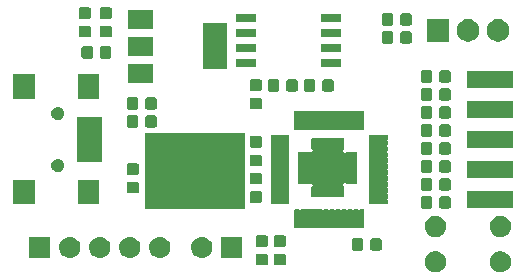
<source format=gbr>
G04 #@! TF.GenerationSoftware,KiCad,Pcbnew,(5.1.4)-1*
G04 #@! TF.CreationDate,2019-11-22T21:00:23+08:00*
G04 #@! TF.ProjectId,vllink_lite.r3,766c6c69-6e6b-45f6-9c69-74652e72332e,rev?*
G04 #@! TF.SameCoordinates,Original*
G04 #@! TF.FileFunction,Soldermask,Top*
G04 #@! TF.FilePolarity,Negative*
%FSLAX46Y46*%
G04 Gerber Fmt 4.6, Leading zero omitted, Abs format (unit mm)*
G04 Created by KiCad (PCBNEW (5.1.4)-1) date 2019-11-22 21:00:23*
%MOMM*%
%LPD*%
G04 APERTURE LIST*
%ADD10C,0.100000*%
%ADD11C,0.150000*%
G04 APERTURE END LIST*
D10*
G36*
X108712000Y-117094000D02*
G01*
X100330000Y-117094000D01*
X100330000Y-110744000D01*
X108712000Y-110744000D01*
X108712000Y-117094000D01*
G37*
X108712000Y-117094000D02*
X100330000Y-117094000D01*
X100330000Y-110744000D01*
X108712000Y-110744000D01*
X108712000Y-117094000D01*
D11*
G36*
X130555512Y-120717927D02*
G01*
X130704812Y-120747624D01*
X130868784Y-120815544D01*
X131016354Y-120914147D01*
X131141853Y-121039646D01*
X131240456Y-121187216D01*
X131308376Y-121351188D01*
X131343000Y-121525259D01*
X131343000Y-121702741D01*
X131308376Y-121876812D01*
X131240456Y-122040784D01*
X131141853Y-122188354D01*
X131016354Y-122313853D01*
X130868784Y-122412456D01*
X130704812Y-122480376D01*
X130555512Y-122510073D01*
X130530742Y-122515000D01*
X130353258Y-122515000D01*
X130328488Y-122510073D01*
X130179188Y-122480376D01*
X130015216Y-122412456D01*
X129867646Y-122313853D01*
X129742147Y-122188354D01*
X129643544Y-122040784D01*
X129575624Y-121876812D01*
X129541000Y-121702741D01*
X129541000Y-121525259D01*
X129575624Y-121351188D01*
X129643544Y-121187216D01*
X129742147Y-121039646D01*
X129867646Y-120914147D01*
X130015216Y-120815544D01*
X130179188Y-120747624D01*
X130328488Y-120717927D01*
X130353258Y-120713000D01*
X130530742Y-120713000D01*
X130555512Y-120717927D01*
X130555512Y-120717927D01*
G37*
G36*
X125055512Y-120717927D02*
G01*
X125204812Y-120747624D01*
X125368784Y-120815544D01*
X125516354Y-120914147D01*
X125641853Y-121039646D01*
X125740456Y-121187216D01*
X125808376Y-121351188D01*
X125843000Y-121525259D01*
X125843000Y-121702741D01*
X125808376Y-121876812D01*
X125740456Y-122040784D01*
X125641853Y-122188354D01*
X125516354Y-122313853D01*
X125368784Y-122412456D01*
X125204812Y-122480376D01*
X125055512Y-122510073D01*
X125030742Y-122515000D01*
X124853258Y-122515000D01*
X124828488Y-122510073D01*
X124679188Y-122480376D01*
X124515216Y-122412456D01*
X124367646Y-122313853D01*
X124242147Y-122188354D01*
X124143544Y-122040784D01*
X124075624Y-121876812D01*
X124041000Y-121702741D01*
X124041000Y-121525259D01*
X124075624Y-121351188D01*
X124143544Y-121187216D01*
X124242147Y-121039646D01*
X124367646Y-120914147D01*
X124515216Y-120815544D01*
X124679188Y-120747624D01*
X124828488Y-120717927D01*
X124853258Y-120713000D01*
X125030742Y-120713000D01*
X125055512Y-120717927D01*
X125055512Y-120717927D01*
G37*
G36*
X112139591Y-120953085D02*
G01*
X112173569Y-120963393D01*
X112204890Y-120980134D01*
X112232339Y-121002661D01*
X112254866Y-121030110D01*
X112271607Y-121061431D01*
X112281915Y-121095409D01*
X112286000Y-121136890D01*
X112286000Y-121738110D01*
X112281915Y-121779591D01*
X112271607Y-121813569D01*
X112254866Y-121844890D01*
X112232339Y-121872339D01*
X112204890Y-121894866D01*
X112173569Y-121911607D01*
X112139591Y-121921915D01*
X112098110Y-121926000D01*
X111421890Y-121926000D01*
X111380409Y-121921915D01*
X111346431Y-121911607D01*
X111315110Y-121894866D01*
X111287661Y-121872339D01*
X111265134Y-121844890D01*
X111248393Y-121813569D01*
X111238085Y-121779591D01*
X111234000Y-121738110D01*
X111234000Y-121136890D01*
X111238085Y-121095409D01*
X111248393Y-121061431D01*
X111265134Y-121030110D01*
X111287661Y-121002661D01*
X111315110Y-120980134D01*
X111346431Y-120963393D01*
X111380409Y-120953085D01*
X111421890Y-120949000D01*
X112098110Y-120949000D01*
X112139591Y-120953085D01*
X112139591Y-120953085D01*
G37*
G36*
X110615591Y-120953085D02*
G01*
X110649569Y-120963393D01*
X110680890Y-120980134D01*
X110708339Y-121002661D01*
X110730866Y-121030110D01*
X110747607Y-121061431D01*
X110757915Y-121095409D01*
X110762000Y-121136890D01*
X110762000Y-121738110D01*
X110757915Y-121779591D01*
X110747607Y-121813569D01*
X110730866Y-121844890D01*
X110708339Y-121872339D01*
X110680890Y-121894866D01*
X110649569Y-121911607D01*
X110615591Y-121921915D01*
X110574110Y-121926000D01*
X109897890Y-121926000D01*
X109856409Y-121921915D01*
X109822431Y-121911607D01*
X109791110Y-121894866D01*
X109763661Y-121872339D01*
X109741134Y-121844890D01*
X109724393Y-121813569D01*
X109714085Y-121779591D01*
X109710000Y-121738110D01*
X109710000Y-121136890D01*
X109714085Y-121095409D01*
X109724393Y-121061431D01*
X109741134Y-121030110D01*
X109763661Y-121002661D01*
X109791110Y-120980134D01*
X109822431Y-120963393D01*
X109856409Y-120953085D01*
X109897890Y-120949000D01*
X110574110Y-120949000D01*
X110615591Y-120953085D01*
X110615591Y-120953085D01*
G37*
G36*
X94090443Y-119501519D02*
G01*
X94156627Y-119508037D01*
X94326466Y-119559557D01*
X94482991Y-119643222D01*
X94499979Y-119657164D01*
X94620186Y-119755814D01*
X94703448Y-119857271D01*
X94732778Y-119893009D01*
X94816443Y-120049534D01*
X94867963Y-120219373D01*
X94885359Y-120396000D01*
X94867963Y-120572627D01*
X94825381Y-120713000D01*
X94816442Y-120742468D01*
X94777382Y-120815544D01*
X94732778Y-120898991D01*
X94720339Y-120914148D01*
X94620186Y-121036186D01*
X94548021Y-121095409D01*
X94482991Y-121148778D01*
X94326466Y-121232443D01*
X94156627Y-121283963D01*
X94090443Y-121290481D01*
X94024260Y-121297000D01*
X93935740Y-121297000D01*
X93869557Y-121290481D01*
X93803373Y-121283963D01*
X93633534Y-121232443D01*
X93477009Y-121148778D01*
X93411979Y-121095409D01*
X93339814Y-121036186D01*
X93239661Y-120914148D01*
X93227222Y-120898991D01*
X93182618Y-120815544D01*
X93143558Y-120742468D01*
X93134619Y-120713000D01*
X93092037Y-120572627D01*
X93074641Y-120396000D01*
X93092037Y-120219373D01*
X93143557Y-120049534D01*
X93227222Y-119893009D01*
X93256552Y-119857271D01*
X93339814Y-119755814D01*
X93460021Y-119657164D01*
X93477009Y-119643222D01*
X93633534Y-119559557D01*
X93803373Y-119508037D01*
X93869557Y-119501519D01*
X93935740Y-119495000D01*
X94024260Y-119495000D01*
X94090443Y-119501519D01*
X94090443Y-119501519D01*
G37*
G36*
X96630443Y-119501519D02*
G01*
X96696627Y-119508037D01*
X96866466Y-119559557D01*
X97022991Y-119643222D01*
X97039979Y-119657164D01*
X97160186Y-119755814D01*
X97243448Y-119857271D01*
X97272778Y-119893009D01*
X97356443Y-120049534D01*
X97407963Y-120219373D01*
X97425359Y-120396000D01*
X97407963Y-120572627D01*
X97365381Y-120713000D01*
X97356442Y-120742468D01*
X97317382Y-120815544D01*
X97272778Y-120898991D01*
X97260339Y-120914148D01*
X97160186Y-121036186D01*
X97088021Y-121095409D01*
X97022991Y-121148778D01*
X96866466Y-121232443D01*
X96696627Y-121283963D01*
X96630443Y-121290481D01*
X96564260Y-121297000D01*
X96475740Y-121297000D01*
X96409557Y-121290481D01*
X96343373Y-121283963D01*
X96173534Y-121232443D01*
X96017009Y-121148778D01*
X95951979Y-121095409D01*
X95879814Y-121036186D01*
X95779661Y-120914148D01*
X95767222Y-120898991D01*
X95722618Y-120815544D01*
X95683558Y-120742468D01*
X95674619Y-120713000D01*
X95632037Y-120572627D01*
X95614641Y-120396000D01*
X95632037Y-120219373D01*
X95683557Y-120049534D01*
X95767222Y-119893009D01*
X95796552Y-119857271D01*
X95879814Y-119755814D01*
X96000021Y-119657164D01*
X96017009Y-119643222D01*
X96173534Y-119559557D01*
X96343373Y-119508037D01*
X96409557Y-119501519D01*
X96475740Y-119495000D01*
X96564260Y-119495000D01*
X96630443Y-119501519D01*
X96630443Y-119501519D01*
G37*
G36*
X99170443Y-119501519D02*
G01*
X99236627Y-119508037D01*
X99406466Y-119559557D01*
X99562991Y-119643222D01*
X99579979Y-119657164D01*
X99700186Y-119755814D01*
X99783448Y-119857271D01*
X99812778Y-119893009D01*
X99896443Y-120049534D01*
X99947963Y-120219373D01*
X99965359Y-120396000D01*
X99947963Y-120572627D01*
X99905381Y-120713000D01*
X99896442Y-120742468D01*
X99857382Y-120815544D01*
X99812778Y-120898991D01*
X99800339Y-120914148D01*
X99700186Y-121036186D01*
X99628021Y-121095409D01*
X99562991Y-121148778D01*
X99406466Y-121232443D01*
X99236627Y-121283963D01*
X99170443Y-121290481D01*
X99104260Y-121297000D01*
X99015740Y-121297000D01*
X98949557Y-121290481D01*
X98883373Y-121283963D01*
X98713534Y-121232443D01*
X98557009Y-121148778D01*
X98491979Y-121095409D01*
X98419814Y-121036186D01*
X98319661Y-120914148D01*
X98307222Y-120898991D01*
X98262618Y-120815544D01*
X98223558Y-120742468D01*
X98214619Y-120713000D01*
X98172037Y-120572627D01*
X98154641Y-120396000D01*
X98172037Y-120219373D01*
X98223557Y-120049534D01*
X98307222Y-119893009D01*
X98336552Y-119857271D01*
X98419814Y-119755814D01*
X98540021Y-119657164D01*
X98557009Y-119643222D01*
X98713534Y-119559557D01*
X98883373Y-119508037D01*
X98949557Y-119501519D01*
X99015740Y-119495000D01*
X99104260Y-119495000D01*
X99170443Y-119501519D01*
X99170443Y-119501519D01*
G37*
G36*
X101710443Y-119501519D02*
G01*
X101776627Y-119508037D01*
X101946466Y-119559557D01*
X102102991Y-119643222D01*
X102119979Y-119657164D01*
X102240186Y-119755814D01*
X102323448Y-119857271D01*
X102352778Y-119893009D01*
X102436443Y-120049534D01*
X102487963Y-120219373D01*
X102505359Y-120396000D01*
X102487963Y-120572627D01*
X102445381Y-120713000D01*
X102436442Y-120742468D01*
X102397382Y-120815544D01*
X102352778Y-120898991D01*
X102340339Y-120914148D01*
X102240186Y-121036186D01*
X102168021Y-121095409D01*
X102102991Y-121148778D01*
X101946466Y-121232443D01*
X101776627Y-121283963D01*
X101710443Y-121290481D01*
X101644260Y-121297000D01*
X101555740Y-121297000D01*
X101489557Y-121290481D01*
X101423373Y-121283963D01*
X101253534Y-121232443D01*
X101097009Y-121148778D01*
X101031979Y-121095409D01*
X100959814Y-121036186D01*
X100859661Y-120914148D01*
X100847222Y-120898991D01*
X100802618Y-120815544D01*
X100763558Y-120742468D01*
X100754619Y-120713000D01*
X100712037Y-120572627D01*
X100694641Y-120396000D01*
X100712037Y-120219373D01*
X100763557Y-120049534D01*
X100847222Y-119893009D01*
X100876552Y-119857271D01*
X100959814Y-119755814D01*
X101080021Y-119657164D01*
X101097009Y-119643222D01*
X101253534Y-119559557D01*
X101423373Y-119508037D01*
X101489557Y-119501519D01*
X101555740Y-119495000D01*
X101644260Y-119495000D01*
X101710443Y-119501519D01*
X101710443Y-119501519D01*
G37*
G36*
X92341000Y-121297000D02*
G01*
X90539000Y-121297000D01*
X90539000Y-119495000D01*
X92341000Y-119495000D01*
X92341000Y-121297000D01*
X92341000Y-121297000D01*
G37*
G36*
X105266443Y-119501519D02*
G01*
X105332627Y-119508037D01*
X105502466Y-119559557D01*
X105658991Y-119643222D01*
X105675979Y-119657164D01*
X105796186Y-119755814D01*
X105879448Y-119857271D01*
X105908778Y-119893009D01*
X105992443Y-120049534D01*
X106043963Y-120219373D01*
X106061359Y-120396000D01*
X106043963Y-120572627D01*
X106001381Y-120713000D01*
X105992442Y-120742468D01*
X105953382Y-120815544D01*
X105908778Y-120898991D01*
X105896339Y-120914148D01*
X105796186Y-121036186D01*
X105724021Y-121095409D01*
X105658991Y-121148778D01*
X105502466Y-121232443D01*
X105332627Y-121283963D01*
X105266443Y-121290481D01*
X105200260Y-121297000D01*
X105111740Y-121297000D01*
X105045557Y-121290481D01*
X104979373Y-121283963D01*
X104809534Y-121232443D01*
X104653009Y-121148778D01*
X104587979Y-121095409D01*
X104515814Y-121036186D01*
X104415661Y-120914148D01*
X104403222Y-120898991D01*
X104358618Y-120815544D01*
X104319558Y-120742468D01*
X104310619Y-120713000D01*
X104268037Y-120572627D01*
X104250641Y-120396000D01*
X104268037Y-120219373D01*
X104319557Y-120049534D01*
X104403222Y-119893009D01*
X104432552Y-119857271D01*
X104515814Y-119755814D01*
X104636021Y-119657164D01*
X104653009Y-119643222D01*
X104809534Y-119559557D01*
X104979373Y-119508037D01*
X105045557Y-119501519D01*
X105111740Y-119495000D01*
X105200260Y-119495000D01*
X105266443Y-119501519D01*
X105266443Y-119501519D01*
G37*
G36*
X108597000Y-121297000D02*
G01*
X106795000Y-121297000D01*
X106795000Y-119495000D01*
X108597000Y-119495000D01*
X108597000Y-121297000D01*
X108597000Y-121297000D01*
G37*
G36*
X120255591Y-119620085D02*
G01*
X120289569Y-119630393D01*
X120320890Y-119647134D01*
X120348339Y-119669661D01*
X120370866Y-119697110D01*
X120387607Y-119728431D01*
X120397915Y-119762409D01*
X120402000Y-119803890D01*
X120402000Y-120480110D01*
X120397915Y-120521591D01*
X120387607Y-120555569D01*
X120370866Y-120586890D01*
X120348339Y-120614339D01*
X120320890Y-120636866D01*
X120289569Y-120653607D01*
X120255591Y-120663915D01*
X120214110Y-120668000D01*
X119612890Y-120668000D01*
X119571409Y-120663915D01*
X119537431Y-120653607D01*
X119506110Y-120636866D01*
X119478661Y-120614339D01*
X119456134Y-120586890D01*
X119439393Y-120555569D01*
X119429085Y-120521591D01*
X119425000Y-120480110D01*
X119425000Y-119803890D01*
X119429085Y-119762409D01*
X119439393Y-119728431D01*
X119456134Y-119697110D01*
X119478661Y-119669661D01*
X119506110Y-119647134D01*
X119537431Y-119630393D01*
X119571409Y-119620085D01*
X119612890Y-119616000D01*
X120214110Y-119616000D01*
X120255591Y-119620085D01*
X120255591Y-119620085D01*
G37*
G36*
X118680591Y-119620085D02*
G01*
X118714569Y-119630393D01*
X118745890Y-119647134D01*
X118773339Y-119669661D01*
X118795866Y-119697110D01*
X118812607Y-119728431D01*
X118822915Y-119762409D01*
X118827000Y-119803890D01*
X118827000Y-120480110D01*
X118822915Y-120521591D01*
X118812607Y-120555569D01*
X118795866Y-120586890D01*
X118773339Y-120614339D01*
X118745890Y-120636866D01*
X118714569Y-120653607D01*
X118680591Y-120663915D01*
X118639110Y-120668000D01*
X118037890Y-120668000D01*
X117996409Y-120663915D01*
X117962431Y-120653607D01*
X117931110Y-120636866D01*
X117903661Y-120614339D01*
X117881134Y-120586890D01*
X117864393Y-120555569D01*
X117854085Y-120521591D01*
X117850000Y-120480110D01*
X117850000Y-119803890D01*
X117854085Y-119762409D01*
X117864393Y-119728431D01*
X117881134Y-119697110D01*
X117903661Y-119669661D01*
X117931110Y-119647134D01*
X117962431Y-119630393D01*
X117996409Y-119620085D01*
X118037890Y-119616000D01*
X118639110Y-119616000D01*
X118680591Y-119620085D01*
X118680591Y-119620085D01*
G37*
G36*
X110615591Y-119378085D02*
G01*
X110649569Y-119388393D01*
X110680890Y-119405134D01*
X110708339Y-119427661D01*
X110730866Y-119455110D01*
X110747607Y-119486431D01*
X110757915Y-119520409D01*
X110762000Y-119561890D01*
X110762000Y-120163110D01*
X110757915Y-120204591D01*
X110747607Y-120238569D01*
X110730866Y-120269890D01*
X110708339Y-120297339D01*
X110680890Y-120319866D01*
X110649569Y-120336607D01*
X110615591Y-120346915D01*
X110574110Y-120351000D01*
X109897890Y-120351000D01*
X109856409Y-120346915D01*
X109822431Y-120336607D01*
X109791110Y-120319866D01*
X109763661Y-120297339D01*
X109741134Y-120269890D01*
X109724393Y-120238569D01*
X109714085Y-120204591D01*
X109710000Y-120163110D01*
X109710000Y-119561890D01*
X109714085Y-119520409D01*
X109724393Y-119486431D01*
X109741134Y-119455110D01*
X109763661Y-119427661D01*
X109791110Y-119405134D01*
X109822431Y-119388393D01*
X109856409Y-119378085D01*
X109897890Y-119374000D01*
X110574110Y-119374000D01*
X110615591Y-119378085D01*
X110615591Y-119378085D01*
G37*
G36*
X112139591Y-119378085D02*
G01*
X112173569Y-119388393D01*
X112204890Y-119405134D01*
X112232339Y-119427661D01*
X112254866Y-119455110D01*
X112271607Y-119486431D01*
X112281915Y-119520409D01*
X112286000Y-119561890D01*
X112286000Y-120163110D01*
X112281915Y-120204591D01*
X112271607Y-120238569D01*
X112254866Y-120269890D01*
X112232339Y-120297339D01*
X112204890Y-120319866D01*
X112173569Y-120336607D01*
X112139591Y-120346915D01*
X112098110Y-120351000D01*
X111421890Y-120351000D01*
X111380409Y-120346915D01*
X111346431Y-120336607D01*
X111315110Y-120319866D01*
X111287661Y-120297339D01*
X111265134Y-120269890D01*
X111248393Y-120238569D01*
X111238085Y-120204591D01*
X111234000Y-120163110D01*
X111234000Y-119561890D01*
X111238085Y-119520409D01*
X111248393Y-119486431D01*
X111265134Y-119455110D01*
X111287661Y-119427661D01*
X111315110Y-119405134D01*
X111346431Y-119388393D01*
X111380409Y-119378085D01*
X111421890Y-119374000D01*
X112098110Y-119374000D01*
X112139591Y-119378085D01*
X112139591Y-119378085D01*
G37*
G36*
X125055512Y-117717927D02*
G01*
X125204812Y-117747624D01*
X125368784Y-117815544D01*
X125516354Y-117914147D01*
X125641853Y-118039646D01*
X125740456Y-118187216D01*
X125808376Y-118351188D01*
X125838073Y-118500488D01*
X125843000Y-118525258D01*
X125843000Y-118702742D01*
X125841385Y-118710860D01*
X125808376Y-118876812D01*
X125740456Y-119040784D01*
X125641853Y-119188354D01*
X125516354Y-119313853D01*
X125368784Y-119412456D01*
X125204812Y-119480376D01*
X125065747Y-119508037D01*
X125030742Y-119515000D01*
X124853258Y-119515000D01*
X124818253Y-119508037D01*
X124679188Y-119480376D01*
X124515216Y-119412456D01*
X124367646Y-119313853D01*
X124242147Y-119188354D01*
X124143544Y-119040784D01*
X124075624Y-118876812D01*
X124042615Y-118710860D01*
X124041000Y-118702742D01*
X124041000Y-118525258D01*
X124045927Y-118500488D01*
X124075624Y-118351188D01*
X124143544Y-118187216D01*
X124242147Y-118039646D01*
X124367646Y-117914147D01*
X124515216Y-117815544D01*
X124679188Y-117747624D01*
X124828488Y-117717927D01*
X124853258Y-117713000D01*
X125030742Y-117713000D01*
X125055512Y-117717927D01*
X125055512Y-117717927D01*
G37*
G36*
X130555512Y-117717927D02*
G01*
X130704812Y-117747624D01*
X130868784Y-117815544D01*
X131016354Y-117914147D01*
X131141853Y-118039646D01*
X131240456Y-118187216D01*
X131308376Y-118351188D01*
X131338073Y-118500488D01*
X131343000Y-118525258D01*
X131343000Y-118702742D01*
X131341385Y-118710860D01*
X131308376Y-118876812D01*
X131240456Y-119040784D01*
X131141853Y-119188354D01*
X131016354Y-119313853D01*
X130868784Y-119412456D01*
X130704812Y-119480376D01*
X130565747Y-119508037D01*
X130530742Y-119515000D01*
X130353258Y-119515000D01*
X130318253Y-119508037D01*
X130179188Y-119480376D01*
X130015216Y-119412456D01*
X129867646Y-119313853D01*
X129742147Y-119188354D01*
X129643544Y-119040784D01*
X129575624Y-118876812D01*
X129542615Y-118710860D01*
X129541000Y-118702742D01*
X129541000Y-118525258D01*
X129545927Y-118500488D01*
X129575624Y-118351188D01*
X129643544Y-118187216D01*
X129742147Y-118039646D01*
X129867646Y-117914147D01*
X130015216Y-117815544D01*
X130179188Y-117747624D01*
X130328488Y-117717927D01*
X130353258Y-117713000D01*
X130530742Y-117713000D01*
X130555512Y-117717927D01*
X130555512Y-117717927D01*
G37*
G36*
X113371295Y-117179323D02*
G01*
X113378309Y-117181451D01*
X113392077Y-117188810D01*
X113414716Y-117198187D01*
X113438749Y-117202967D01*
X113463253Y-117202967D01*
X113487286Y-117198186D01*
X113509923Y-117188810D01*
X113523691Y-117181451D01*
X113530705Y-117179323D01*
X113544140Y-117178000D01*
X113857860Y-117178000D01*
X113871295Y-117179323D01*
X113878309Y-117181451D01*
X113892077Y-117188810D01*
X113914716Y-117198187D01*
X113938749Y-117202967D01*
X113963253Y-117202967D01*
X113987286Y-117198186D01*
X114009923Y-117188810D01*
X114023691Y-117181451D01*
X114030705Y-117179323D01*
X114044140Y-117178000D01*
X114357860Y-117178000D01*
X114371295Y-117179323D01*
X114378309Y-117181451D01*
X114392077Y-117188810D01*
X114414716Y-117198187D01*
X114438749Y-117202967D01*
X114463253Y-117202967D01*
X114487286Y-117198186D01*
X114509923Y-117188810D01*
X114523691Y-117181451D01*
X114530705Y-117179323D01*
X114544140Y-117178000D01*
X114857860Y-117178000D01*
X114871295Y-117179323D01*
X114878309Y-117181451D01*
X114892077Y-117188810D01*
X114914716Y-117198187D01*
X114938749Y-117202967D01*
X114963253Y-117202967D01*
X114987286Y-117198186D01*
X115009923Y-117188810D01*
X115023691Y-117181451D01*
X115030705Y-117179323D01*
X115044140Y-117178000D01*
X115357860Y-117178000D01*
X115371295Y-117179323D01*
X115378309Y-117181451D01*
X115392077Y-117188810D01*
X115414716Y-117198187D01*
X115438749Y-117202967D01*
X115463253Y-117202967D01*
X115487286Y-117198186D01*
X115509923Y-117188810D01*
X115523691Y-117181451D01*
X115530705Y-117179323D01*
X115544140Y-117178000D01*
X115857860Y-117178000D01*
X115871295Y-117179323D01*
X115878309Y-117181451D01*
X115892077Y-117188810D01*
X115914716Y-117198187D01*
X115938749Y-117202967D01*
X115963253Y-117202967D01*
X115987286Y-117198186D01*
X116009923Y-117188810D01*
X116023691Y-117181451D01*
X116030705Y-117179323D01*
X116044140Y-117178000D01*
X116357860Y-117178000D01*
X116371295Y-117179323D01*
X116378309Y-117181451D01*
X116392077Y-117188810D01*
X116414716Y-117198187D01*
X116438749Y-117202967D01*
X116463253Y-117202967D01*
X116487286Y-117198186D01*
X116509923Y-117188810D01*
X116523691Y-117181451D01*
X116530705Y-117179323D01*
X116544140Y-117178000D01*
X116857860Y-117178000D01*
X116871295Y-117179323D01*
X116878309Y-117181451D01*
X116892077Y-117188810D01*
X116914716Y-117198187D01*
X116938749Y-117202967D01*
X116963253Y-117202967D01*
X116987286Y-117198186D01*
X117009923Y-117188810D01*
X117023691Y-117181451D01*
X117030705Y-117179323D01*
X117044140Y-117178000D01*
X117357860Y-117178000D01*
X117371295Y-117179323D01*
X117378309Y-117181451D01*
X117392077Y-117188810D01*
X117414716Y-117198187D01*
X117438749Y-117202967D01*
X117463253Y-117202967D01*
X117487286Y-117198186D01*
X117509923Y-117188810D01*
X117523691Y-117181451D01*
X117530705Y-117179323D01*
X117544140Y-117178000D01*
X117857860Y-117178000D01*
X117871295Y-117179323D01*
X117878309Y-117181451D01*
X117892077Y-117188810D01*
X117914716Y-117198187D01*
X117938749Y-117202967D01*
X117963253Y-117202967D01*
X117987286Y-117198186D01*
X118009923Y-117188810D01*
X118023691Y-117181451D01*
X118030705Y-117179323D01*
X118044140Y-117178000D01*
X118357860Y-117178000D01*
X118371295Y-117179323D01*
X118378309Y-117181451D01*
X118392077Y-117188810D01*
X118414716Y-117198187D01*
X118438749Y-117202967D01*
X118463253Y-117202967D01*
X118487286Y-117198186D01*
X118509923Y-117188810D01*
X118523691Y-117181451D01*
X118530705Y-117179323D01*
X118544140Y-117178000D01*
X118857860Y-117178000D01*
X118871295Y-117179323D01*
X118878310Y-117181451D01*
X118884776Y-117184908D01*
X118890442Y-117189558D01*
X118895092Y-117195224D01*
X118898549Y-117201690D01*
X118900677Y-117208705D01*
X118902000Y-117222140D01*
X118902000Y-118710860D01*
X118900677Y-118724295D01*
X118898549Y-118731310D01*
X118895092Y-118737776D01*
X118890442Y-118743442D01*
X118884776Y-118748092D01*
X118878310Y-118751549D01*
X118871295Y-118753677D01*
X118857860Y-118755000D01*
X118544140Y-118755000D01*
X118530705Y-118753677D01*
X118523691Y-118751549D01*
X118509923Y-118744190D01*
X118487284Y-118734813D01*
X118463251Y-118730033D01*
X118438747Y-118730033D01*
X118414714Y-118734814D01*
X118392077Y-118744190D01*
X118378309Y-118751549D01*
X118371295Y-118753677D01*
X118357860Y-118755000D01*
X118044140Y-118755000D01*
X118030705Y-118753677D01*
X118023691Y-118751549D01*
X118009923Y-118744190D01*
X117987284Y-118734813D01*
X117963251Y-118730033D01*
X117938747Y-118730033D01*
X117914714Y-118734814D01*
X117892077Y-118744190D01*
X117878309Y-118751549D01*
X117871295Y-118753677D01*
X117857860Y-118755000D01*
X117544140Y-118755000D01*
X117530705Y-118753677D01*
X117523691Y-118751549D01*
X117509923Y-118744190D01*
X117487284Y-118734813D01*
X117463251Y-118730033D01*
X117438747Y-118730033D01*
X117414714Y-118734814D01*
X117392077Y-118744190D01*
X117378309Y-118751549D01*
X117371295Y-118753677D01*
X117357860Y-118755000D01*
X117044140Y-118755000D01*
X117030705Y-118753677D01*
X117023691Y-118751549D01*
X117009923Y-118744190D01*
X116987284Y-118734813D01*
X116963251Y-118730033D01*
X116938747Y-118730033D01*
X116914714Y-118734814D01*
X116892077Y-118744190D01*
X116878309Y-118751549D01*
X116871295Y-118753677D01*
X116857860Y-118755000D01*
X116544140Y-118755000D01*
X116530705Y-118753677D01*
X116523691Y-118751549D01*
X116509923Y-118744190D01*
X116487284Y-118734813D01*
X116463251Y-118730033D01*
X116438747Y-118730033D01*
X116414714Y-118734814D01*
X116392077Y-118744190D01*
X116378309Y-118751549D01*
X116371295Y-118753677D01*
X116357860Y-118755000D01*
X116044140Y-118755000D01*
X116030705Y-118753677D01*
X116023691Y-118751549D01*
X116009923Y-118744190D01*
X115987284Y-118734813D01*
X115963251Y-118730033D01*
X115938747Y-118730033D01*
X115914714Y-118734814D01*
X115892077Y-118744190D01*
X115878309Y-118751549D01*
X115871295Y-118753677D01*
X115857860Y-118755000D01*
X115544140Y-118755000D01*
X115530705Y-118753677D01*
X115523691Y-118751549D01*
X115509923Y-118744190D01*
X115487284Y-118734813D01*
X115463251Y-118730033D01*
X115438747Y-118730033D01*
X115414714Y-118734814D01*
X115392077Y-118744190D01*
X115378309Y-118751549D01*
X115371295Y-118753677D01*
X115357860Y-118755000D01*
X115044140Y-118755000D01*
X115030705Y-118753677D01*
X115023691Y-118751549D01*
X115009923Y-118744190D01*
X114987284Y-118734813D01*
X114963251Y-118730033D01*
X114938747Y-118730033D01*
X114914714Y-118734814D01*
X114892077Y-118744190D01*
X114878309Y-118751549D01*
X114871295Y-118753677D01*
X114857860Y-118755000D01*
X114544140Y-118755000D01*
X114530705Y-118753677D01*
X114523691Y-118751549D01*
X114509923Y-118744190D01*
X114487284Y-118734813D01*
X114463251Y-118730033D01*
X114438747Y-118730033D01*
X114414714Y-118734814D01*
X114392077Y-118744190D01*
X114378309Y-118751549D01*
X114371295Y-118753677D01*
X114357860Y-118755000D01*
X114044140Y-118755000D01*
X114030705Y-118753677D01*
X114023691Y-118751549D01*
X114009923Y-118744190D01*
X113987284Y-118734813D01*
X113963251Y-118730033D01*
X113938747Y-118730033D01*
X113914714Y-118734814D01*
X113892077Y-118744190D01*
X113878309Y-118751549D01*
X113871295Y-118753677D01*
X113857860Y-118755000D01*
X113544140Y-118755000D01*
X113530705Y-118753677D01*
X113523691Y-118751549D01*
X113509923Y-118744190D01*
X113487284Y-118734813D01*
X113463251Y-118730033D01*
X113438747Y-118730033D01*
X113414714Y-118734814D01*
X113392077Y-118744190D01*
X113378309Y-118751549D01*
X113371295Y-118753677D01*
X113357860Y-118755000D01*
X113044140Y-118755000D01*
X113030705Y-118753677D01*
X113023690Y-118751549D01*
X113017224Y-118748092D01*
X113011558Y-118743442D01*
X113006908Y-118737776D01*
X113003451Y-118731310D01*
X113001323Y-118724295D01*
X113000000Y-118710860D01*
X113000000Y-117222140D01*
X113001323Y-117208705D01*
X113003451Y-117201690D01*
X113006908Y-117195224D01*
X113011558Y-117189558D01*
X113017224Y-117184908D01*
X113023690Y-117181451D01*
X113030705Y-117179323D01*
X113044140Y-117178000D01*
X113357860Y-117178000D01*
X113371295Y-117179323D01*
X113371295Y-117179323D01*
G37*
G36*
X126097591Y-116064085D02*
G01*
X126131569Y-116074393D01*
X126162890Y-116091134D01*
X126190339Y-116113661D01*
X126212866Y-116141110D01*
X126229607Y-116172431D01*
X126239915Y-116206409D01*
X126244000Y-116247890D01*
X126244000Y-116924110D01*
X126239915Y-116965591D01*
X126229607Y-116999569D01*
X126212866Y-117030890D01*
X126190339Y-117058339D01*
X126162890Y-117080866D01*
X126131569Y-117097607D01*
X126097591Y-117107915D01*
X126056110Y-117112000D01*
X125454890Y-117112000D01*
X125413409Y-117107915D01*
X125379431Y-117097607D01*
X125348110Y-117080866D01*
X125320661Y-117058339D01*
X125298134Y-117030890D01*
X125281393Y-116999569D01*
X125271085Y-116965591D01*
X125267000Y-116924110D01*
X125267000Y-116247890D01*
X125271085Y-116206409D01*
X125281393Y-116172431D01*
X125298134Y-116141110D01*
X125320661Y-116113661D01*
X125348110Y-116091134D01*
X125379431Y-116074393D01*
X125413409Y-116064085D01*
X125454890Y-116060000D01*
X126056110Y-116060000D01*
X126097591Y-116064085D01*
X126097591Y-116064085D01*
G37*
G36*
X124522591Y-116064085D02*
G01*
X124556569Y-116074393D01*
X124587890Y-116091134D01*
X124615339Y-116113661D01*
X124637866Y-116141110D01*
X124654607Y-116172431D01*
X124664915Y-116206409D01*
X124669000Y-116247890D01*
X124669000Y-116924110D01*
X124664915Y-116965591D01*
X124654607Y-116999569D01*
X124637866Y-117030890D01*
X124615339Y-117058339D01*
X124587890Y-117080866D01*
X124556569Y-117097607D01*
X124522591Y-117107915D01*
X124481110Y-117112000D01*
X123879890Y-117112000D01*
X123838409Y-117107915D01*
X123804431Y-117097607D01*
X123773110Y-117080866D01*
X123745661Y-117058339D01*
X123723134Y-117030890D01*
X123706393Y-116999569D01*
X123696085Y-116965591D01*
X123692000Y-116924110D01*
X123692000Y-116247890D01*
X123696085Y-116206409D01*
X123706393Y-116172431D01*
X123723134Y-116141110D01*
X123745661Y-116113661D01*
X123773110Y-116091134D01*
X123804431Y-116074393D01*
X123838409Y-116064085D01*
X123879890Y-116060000D01*
X124481110Y-116060000D01*
X124522591Y-116064085D01*
X124522591Y-116064085D01*
G37*
G36*
X131491000Y-117083000D02*
G01*
X127589000Y-117083000D01*
X127589000Y-115581000D01*
X131491000Y-115581000D01*
X131491000Y-117083000D01*
X131491000Y-117083000D01*
G37*
G36*
X120871295Y-110854323D02*
G01*
X120878310Y-110856451D01*
X120884776Y-110859908D01*
X120890442Y-110864558D01*
X120895092Y-110870224D01*
X120898549Y-110876690D01*
X120900677Y-110883705D01*
X120902000Y-110897140D01*
X120902000Y-111210860D01*
X120900677Y-111224295D01*
X120898549Y-111231309D01*
X120891190Y-111245077D01*
X120881813Y-111267716D01*
X120877033Y-111291749D01*
X120877033Y-111316253D01*
X120881814Y-111340286D01*
X120891190Y-111362923D01*
X120898549Y-111376691D01*
X120900677Y-111383705D01*
X120902000Y-111397140D01*
X120902000Y-111710860D01*
X120900677Y-111724295D01*
X120898549Y-111731309D01*
X120891190Y-111745077D01*
X120881813Y-111767716D01*
X120877033Y-111791749D01*
X120877033Y-111816253D01*
X120881814Y-111840286D01*
X120891190Y-111862923D01*
X120898549Y-111876691D01*
X120900677Y-111883705D01*
X120902000Y-111897140D01*
X120902000Y-112210860D01*
X120900677Y-112224295D01*
X120898549Y-112231309D01*
X120891190Y-112245077D01*
X120881813Y-112267716D01*
X120877033Y-112291749D01*
X120877033Y-112316253D01*
X120881814Y-112340286D01*
X120891190Y-112362923D01*
X120898549Y-112376691D01*
X120900677Y-112383705D01*
X120902000Y-112397140D01*
X120902000Y-112710860D01*
X120900677Y-112724295D01*
X120898549Y-112731309D01*
X120891190Y-112745077D01*
X120881813Y-112767716D01*
X120877033Y-112791749D01*
X120877033Y-112816253D01*
X120881814Y-112840286D01*
X120891190Y-112862923D01*
X120898549Y-112876691D01*
X120900677Y-112883705D01*
X120902000Y-112897140D01*
X120902000Y-113210860D01*
X120900677Y-113224295D01*
X120898549Y-113231309D01*
X120891190Y-113245077D01*
X120881813Y-113267716D01*
X120877033Y-113291749D01*
X120877033Y-113316253D01*
X120881814Y-113340286D01*
X120891190Y-113362923D01*
X120898549Y-113376691D01*
X120900677Y-113383705D01*
X120902000Y-113397140D01*
X120902000Y-113710860D01*
X120900677Y-113724295D01*
X120898549Y-113731309D01*
X120891190Y-113745077D01*
X120881813Y-113767716D01*
X120877033Y-113791749D01*
X120877033Y-113816253D01*
X120881814Y-113840286D01*
X120891190Y-113862923D01*
X120898549Y-113876691D01*
X120900677Y-113883705D01*
X120902000Y-113897140D01*
X120902000Y-114210860D01*
X120900677Y-114224295D01*
X120898549Y-114231309D01*
X120891190Y-114245077D01*
X120881813Y-114267716D01*
X120877033Y-114291749D01*
X120877033Y-114316253D01*
X120881814Y-114340286D01*
X120891190Y-114362923D01*
X120898549Y-114376691D01*
X120900677Y-114383705D01*
X120902000Y-114397140D01*
X120902000Y-114710860D01*
X120900677Y-114724295D01*
X120898549Y-114731309D01*
X120891190Y-114745077D01*
X120881813Y-114767716D01*
X120877033Y-114791749D01*
X120877033Y-114816253D01*
X120881814Y-114840286D01*
X120891190Y-114862923D01*
X120898549Y-114876691D01*
X120900677Y-114883705D01*
X120902000Y-114897140D01*
X120902000Y-115210860D01*
X120900677Y-115224295D01*
X120898549Y-115231309D01*
X120891190Y-115245077D01*
X120881813Y-115267716D01*
X120877033Y-115291749D01*
X120877033Y-115316253D01*
X120881814Y-115340286D01*
X120891190Y-115362923D01*
X120898549Y-115376691D01*
X120900677Y-115383705D01*
X120902000Y-115397140D01*
X120902000Y-115710860D01*
X120900677Y-115724295D01*
X120898549Y-115731309D01*
X120891190Y-115745077D01*
X120881813Y-115767716D01*
X120877033Y-115791749D01*
X120877033Y-115816253D01*
X120881814Y-115840286D01*
X120891190Y-115862923D01*
X120898549Y-115876691D01*
X120900677Y-115883705D01*
X120902000Y-115897140D01*
X120902000Y-116210860D01*
X120900677Y-116224295D01*
X120898549Y-116231309D01*
X120891190Y-116245077D01*
X120881813Y-116267716D01*
X120877033Y-116291749D01*
X120877033Y-116316253D01*
X120881814Y-116340286D01*
X120891190Y-116362923D01*
X120898549Y-116376691D01*
X120900677Y-116383705D01*
X120902000Y-116397140D01*
X120902000Y-116710860D01*
X120900677Y-116724295D01*
X120898549Y-116731310D01*
X120895092Y-116737776D01*
X120890442Y-116743442D01*
X120884776Y-116748092D01*
X120878310Y-116751549D01*
X120871295Y-116753677D01*
X120857860Y-116755000D01*
X119369140Y-116755000D01*
X119355705Y-116753677D01*
X119348690Y-116751549D01*
X119342224Y-116748092D01*
X119336558Y-116743442D01*
X119331908Y-116737776D01*
X119328451Y-116731310D01*
X119326323Y-116724295D01*
X119325000Y-116710860D01*
X119325000Y-116397140D01*
X119326323Y-116383705D01*
X119328451Y-116376691D01*
X119335810Y-116362923D01*
X119345187Y-116340284D01*
X119349967Y-116316251D01*
X119349967Y-116291747D01*
X119345186Y-116267714D01*
X119335810Y-116245077D01*
X119328451Y-116231309D01*
X119326323Y-116224295D01*
X119325000Y-116210860D01*
X119325000Y-115897140D01*
X119326323Y-115883705D01*
X119328451Y-115876691D01*
X119335810Y-115862923D01*
X119345187Y-115840284D01*
X119349967Y-115816251D01*
X119349967Y-115791747D01*
X119345186Y-115767714D01*
X119335810Y-115745077D01*
X119328451Y-115731309D01*
X119326323Y-115724295D01*
X119325000Y-115710860D01*
X119325000Y-115397140D01*
X119326323Y-115383705D01*
X119328451Y-115376691D01*
X119335810Y-115362923D01*
X119345187Y-115340284D01*
X119349967Y-115316251D01*
X119349967Y-115291747D01*
X119345186Y-115267714D01*
X119335810Y-115245077D01*
X119328451Y-115231309D01*
X119326323Y-115224295D01*
X119325000Y-115210860D01*
X119325000Y-114897140D01*
X119326323Y-114883705D01*
X119328451Y-114876691D01*
X119335810Y-114862923D01*
X119345187Y-114840284D01*
X119349967Y-114816251D01*
X119349967Y-114791747D01*
X119345186Y-114767714D01*
X119335810Y-114745077D01*
X119328451Y-114731309D01*
X119326323Y-114724295D01*
X119325000Y-114710860D01*
X119325000Y-114397140D01*
X119326323Y-114383705D01*
X119328451Y-114376691D01*
X119335810Y-114362923D01*
X119345187Y-114340284D01*
X119349967Y-114316251D01*
X119349967Y-114291747D01*
X119345186Y-114267714D01*
X119335810Y-114245077D01*
X119328451Y-114231309D01*
X119326323Y-114224295D01*
X119325000Y-114210860D01*
X119325000Y-113897140D01*
X119326323Y-113883705D01*
X119328451Y-113876691D01*
X119335810Y-113862923D01*
X119345187Y-113840284D01*
X119349967Y-113816251D01*
X119349967Y-113791747D01*
X119345186Y-113767714D01*
X119335810Y-113745077D01*
X119328451Y-113731309D01*
X119326323Y-113724295D01*
X119325000Y-113710860D01*
X119325000Y-113397140D01*
X119326323Y-113383705D01*
X119328451Y-113376691D01*
X119335810Y-113362923D01*
X119345187Y-113340284D01*
X119349967Y-113316251D01*
X119349967Y-113291747D01*
X119345186Y-113267714D01*
X119335810Y-113245077D01*
X119328451Y-113231309D01*
X119326323Y-113224295D01*
X119325000Y-113210860D01*
X119325000Y-112897140D01*
X119326323Y-112883705D01*
X119328451Y-112876691D01*
X119335810Y-112862923D01*
X119345187Y-112840284D01*
X119349967Y-112816251D01*
X119349967Y-112791747D01*
X119345186Y-112767714D01*
X119335810Y-112745077D01*
X119328451Y-112731309D01*
X119326323Y-112724295D01*
X119325000Y-112710860D01*
X119325000Y-112397140D01*
X119326323Y-112383705D01*
X119328451Y-112376691D01*
X119335810Y-112362923D01*
X119345187Y-112340284D01*
X119349967Y-112316251D01*
X119349967Y-112291747D01*
X119345186Y-112267714D01*
X119335810Y-112245077D01*
X119328451Y-112231309D01*
X119326323Y-112224295D01*
X119325000Y-112210860D01*
X119325000Y-111897140D01*
X119326323Y-111883705D01*
X119328451Y-111876691D01*
X119335810Y-111862923D01*
X119345187Y-111840284D01*
X119349967Y-111816251D01*
X119349967Y-111791747D01*
X119345186Y-111767714D01*
X119335810Y-111745077D01*
X119328451Y-111731309D01*
X119326323Y-111724295D01*
X119325000Y-111710860D01*
X119325000Y-111397140D01*
X119326323Y-111383705D01*
X119328451Y-111376691D01*
X119335810Y-111362923D01*
X119345187Y-111340284D01*
X119349967Y-111316251D01*
X119349967Y-111291747D01*
X119345186Y-111267714D01*
X119335810Y-111245077D01*
X119328451Y-111231309D01*
X119326323Y-111224295D01*
X119325000Y-111210860D01*
X119325000Y-110897140D01*
X119326323Y-110883705D01*
X119328451Y-110876690D01*
X119331908Y-110870224D01*
X119336558Y-110864558D01*
X119342224Y-110859908D01*
X119348690Y-110856451D01*
X119355705Y-110854323D01*
X119369140Y-110853000D01*
X120857860Y-110853000D01*
X120871295Y-110854323D01*
X120871295Y-110854323D01*
G37*
G36*
X112546295Y-110854323D02*
G01*
X112553310Y-110856451D01*
X112559776Y-110859908D01*
X112565442Y-110864558D01*
X112570092Y-110870224D01*
X112573549Y-110876690D01*
X112575677Y-110883705D01*
X112577000Y-110897140D01*
X112577000Y-111210860D01*
X112575677Y-111224295D01*
X112573549Y-111231309D01*
X112566190Y-111245077D01*
X112556813Y-111267716D01*
X112552033Y-111291749D01*
X112552033Y-111316253D01*
X112556814Y-111340286D01*
X112566190Y-111362923D01*
X112573549Y-111376691D01*
X112575677Y-111383705D01*
X112577000Y-111397140D01*
X112577000Y-111710860D01*
X112575677Y-111724295D01*
X112573549Y-111731309D01*
X112566190Y-111745077D01*
X112556813Y-111767716D01*
X112552033Y-111791749D01*
X112552033Y-111816253D01*
X112556814Y-111840286D01*
X112566190Y-111862923D01*
X112573549Y-111876691D01*
X112575677Y-111883705D01*
X112577000Y-111897140D01*
X112577000Y-112210860D01*
X112575677Y-112224295D01*
X112573549Y-112231309D01*
X112566190Y-112245077D01*
X112556813Y-112267716D01*
X112552033Y-112291749D01*
X112552033Y-112316253D01*
X112556814Y-112340286D01*
X112566190Y-112362923D01*
X112573549Y-112376691D01*
X112575677Y-112383705D01*
X112577000Y-112397140D01*
X112577000Y-112710860D01*
X112575677Y-112724295D01*
X112573549Y-112731309D01*
X112566190Y-112745077D01*
X112556813Y-112767716D01*
X112552033Y-112791749D01*
X112552033Y-112816253D01*
X112556814Y-112840286D01*
X112566190Y-112862923D01*
X112573549Y-112876691D01*
X112575677Y-112883705D01*
X112577000Y-112897140D01*
X112577000Y-113210860D01*
X112575677Y-113224295D01*
X112573549Y-113231309D01*
X112566190Y-113245077D01*
X112556813Y-113267716D01*
X112552033Y-113291749D01*
X112552033Y-113316253D01*
X112556814Y-113340286D01*
X112566190Y-113362923D01*
X112573549Y-113376691D01*
X112575677Y-113383705D01*
X112577000Y-113397140D01*
X112577000Y-113710860D01*
X112575677Y-113724295D01*
X112573549Y-113731309D01*
X112566190Y-113745077D01*
X112556813Y-113767716D01*
X112552033Y-113791749D01*
X112552033Y-113816253D01*
X112556814Y-113840286D01*
X112566190Y-113862923D01*
X112573549Y-113876691D01*
X112575677Y-113883705D01*
X112577000Y-113897140D01*
X112577000Y-114210860D01*
X112575677Y-114224295D01*
X112573549Y-114231309D01*
X112566190Y-114245077D01*
X112556813Y-114267716D01*
X112552033Y-114291749D01*
X112552033Y-114316253D01*
X112556814Y-114340286D01*
X112566190Y-114362923D01*
X112573549Y-114376691D01*
X112575677Y-114383705D01*
X112577000Y-114397140D01*
X112577000Y-114710860D01*
X112575677Y-114724295D01*
X112573549Y-114731309D01*
X112566190Y-114745077D01*
X112556813Y-114767716D01*
X112552033Y-114791749D01*
X112552033Y-114816253D01*
X112556814Y-114840286D01*
X112566190Y-114862923D01*
X112573549Y-114876691D01*
X112575677Y-114883705D01*
X112577000Y-114897140D01*
X112577000Y-115210860D01*
X112575677Y-115224295D01*
X112573549Y-115231309D01*
X112566190Y-115245077D01*
X112556813Y-115267716D01*
X112552033Y-115291749D01*
X112552033Y-115316253D01*
X112556814Y-115340286D01*
X112566190Y-115362923D01*
X112573549Y-115376691D01*
X112575677Y-115383705D01*
X112577000Y-115397140D01*
X112577000Y-115710860D01*
X112575677Y-115724295D01*
X112573549Y-115731309D01*
X112566190Y-115745077D01*
X112556813Y-115767716D01*
X112552033Y-115791749D01*
X112552033Y-115816253D01*
X112556814Y-115840286D01*
X112566190Y-115862923D01*
X112573549Y-115876691D01*
X112575677Y-115883705D01*
X112577000Y-115897140D01*
X112577000Y-116210860D01*
X112575677Y-116224295D01*
X112573549Y-116231309D01*
X112566190Y-116245077D01*
X112556813Y-116267716D01*
X112552033Y-116291749D01*
X112552033Y-116316253D01*
X112556814Y-116340286D01*
X112566190Y-116362923D01*
X112573549Y-116376691D01*
X112575677Y-116383705D01*
X112577000Y-116397140D01*
X112577000Y-116710860D01*
X112575677Y-116724295D01*
X112573549Y-116731310D01*
X112570092Y-116737776D01*
X112565442Y-116743442D01*
X112559776Y-116748092D01*
X112553310Y-116751549D01*
X112546295Y-116753677D01*
X112532860Y-116755000D01*
X111044140Y-116755000D01*
X111030705Y-116753677D01*
X111023690Y-116751549D01*
X111017224Y-116748092D01*
X111011558Y-116743442D01*
X111006908Y-116737776D01*
X111003451Y-116731310D01*
X111001323Y-116724295D01*
X111000000Y-116710860D01*
X111000000Y-116397140D01*
X111001323Y-116383705D01*
X111003451Y-116376691D01*
X111010810Y-116362923D01*
X111020187Y-116340284D01*
X111024967Y-116316251D01*
X111024967Y-116291747D01*
X111020186Y-116267714D01*
X111010810Y-116245077D01*
X111003451Y-116231309D01*
X111001323Y-116224295D01*
X111000000Y-116210860D01*
X111000000Y-115897140D01*
X111001323Y-115883705D01*
X111003451Y-115876691D01*
X111010810Y-115862923D01*
X111020187Y-115840284D01*
X111024967Y-115816251D01*
X111024967Y-115791747D01*
X111020186Y-115767714D01*
X111010810Y-115745077D01*
X111003451Y-115731309D01*
X111001323Y-115724295D01*
X111000000Y-115710860D01*
X111000000Y-115397140D01*
X111001323Y-115383705D01*
X111003451Y-115376691D01*
X111010810Y-115362923D01*
X111020187Y-115340284D01*
X111024967Y-115316251D01*
X111024967Y-115291747D01*
X111020186Y-115267714D01*
X111010810Y-115245077D01*
X111003451Y-115231309D01*
X111001323Y-115224295D01*
X111000000Y-115210860D01*
X111000000Y-114897140D01*
X111001323Y-114883705D01*
X111003451Y-114876691D01*
X111010810Y-114862923D01*
X111020187Y-114840284D01*
X111024967Y-114816251D01*
X111024967Y-114791747D01*
X111020186Y-114767714D01*
X111010810Y-114745077D01*
X111003451Y-114731309D01*
X111001323Y-114724295D01*
X111000000Y-114710860D01*
X111000000Y-114397140D01*
X111001323Y-114383705D01*
X111003451Y-114376691D01*
X111010810Y-114362923D01*
X111020187Y-114340284D01*
X111024967Y-114316251D01*
X111024967Y-114291747D01*
X111020186Y-114267714D01*
X111010810Y-114245077D01*
X111003451Y-114231309D01*
X111001323Y-114224295D01*
X111000000Y-114210860D01*
X111000000Y-113897140D01*
X111001323Y-113883705D01*
X111003451Y-113876691D01*
X111010810Y-113862923D01*
X111020187Y-113840284D01*
X111024967Y-113816251D01*
X111024967Y-113791747D01*
X111020186Y-113767714D01*
X111010810Y-113745077D01*
X111003451Y-113731309D01*
X111001323Y-113724295D01*
X111000000Y-113710860D01*
X111000000Y-113397140D01*
X111001323Y-113383705D01*
X111003451Y-113376691D01*
X111010810Y-113362923D01*
X111020187Y-113340284D01*
X111024967Y-113316251D01*
X111024967Y-113291747D01*
X111020186Y-113267714D01*
X111010810Y-113245077D01*
X111003451Y-113231309D01*
X111001323Y-113224295D01*
X111000000Y-113210860D01*
X111000000Y-112897140D01*
X111001323Y-112883705D01*
X111003451Y-112876691D01*
X111010810Y-112862923D01*
X111020187Y-112840284D01*
X111024967Y-112816251D01*
X111024967Y-112791747D01*
X111020186Y-112767714D01*
X111010810Y-112745077D01*
X111003451Y-112731309D01*
X111001323Y-112724295D01*
X111000000Y-112710860D01*
X111000000Y-112397140D01*
X111001323Y-112383705D01*
X111003451Y-112376691D01*
X111010810Y-112362923D01*
X111020187Y-112340284D01*
X111024967Y-112316251D01*
X111024967Y-112291747D01*
X111020186Y-112267714D01*
X111010810Y-112245077D01*
X111003451Y-112231309D01*
X111001323Y-112224295D01*
X111000000Y-112210860D01*
X111000000Y-111897140D01*
X111001323Y-111883705D01*
X111003451Y-111876691D01*
X111010810Y-111862923D01*
X111020187Y-111840284D01*
X111024967Y-111816251D01*
X111024967Y-111791747D01*
X111020186Y-111767714D01*
X111010810Y-111745077D01*
X111003451Y-111731309D01*
X111001323Y-111724295D01*
X111000000Y-111710860D01*
X111000000Y-111397140D01*
X111001323Y-111383705D01*
X111003451Y-111376691D01*
X111010810Y-111362923D01*
X111020187Y-111340284D01*
X111024967Y-111316251D01*
X111024967Y-111291747D01*
X111020186Y-111267714D01*
X111010810Y-111245077D01*
X111003451Y-111231309D01*
X111001323Y-111224295D01*
X111000000Y-111210860D01*
X111000000Y-110897140D01*
X111001323Y-110883705D01*
X111003451Y-110876690D01*
X111006908Y-110870224D01*
X111011558Y-110864558D01*
X111017224Y-110859908D01*
X111023690Y-110856451D01*
X111030705Y-110854323D01*
X111044140Y-110853000D01*
X112532860Y-110853000D01*
X112546295Y-110854323D01*
X112546295Y-110854323D01*
G37*
G36*
X91015000Y-116753000D02*
G01*
X89213000Y-116753000D01*
X89213000Y-114651000D01*
X91015000Y-114651000D01*
X91015000Y-116753000D01*
X91015000Y-116753000D01*
G37*
G36*
X96465000Y-116753000D02*
G01*
X94663000Y-116753000D01*
X94663000Y-114651000D01*
X96465000Y-114651000D01*
X96465000Y-116753000D01*
X96465000Y-116753000D01*
G37*
G36*
X110107591Y-115644585D02*
G01*
X110141569Y-115654893D01*
X110172890Y-115671634D01*
X110200339Y-115694161D01*
X110222866Y-115721610D01*
X110239607Y-115752931D01*
X110249915Y-115786909D01*
X110254000Y-115828390D01*
X110254000Y-116429610D01*
X110249915Y-116471091D01*
X110239607Y-116505069D01*
X110222866Y-116536390D01*
X110200339Y-116563839D01*
X110172890Y-116586366D01*
X110141569Y-116603107D01*
X110107591Y-116613415D01*
X110066110Y-116617500D01*
X109389890Y-116617500D01*
X109348409Y-116613415D01*
X109314431Y-116603107D01*
X109283110Y-116586366D01*
X109255661Y-116563839D01*
X109233134Y-116536390D01*
X109216393Y-116505069D01*
X109206085Y-116471091D01*
X109202000Y-116429610D01*
X109202000Y-115828390D01*
X109206085Y-115786909D01*
X109216393Y-115752931D01*
X109233134Y-115721610D01*
X109255661Y-115694161D01*
X109283110Y-115671634D01*
X109314431Y-115654893D01*
X109348409Y-115644585D01*
X109389890Y-115640500D01*
X110066110Y-115640500D01*
X110107591Y-115644585D01*
X110107591Y-115644585D01*
G37*
G36*
X114779355Y-111165083D02*
G01*
X114787715Y-111167619D01*
X114811749Y-111172399D01*
X114836253Y-111172399D01*
X114860285Y-111167619D01*
X114868645Y-111165083D01*
X114879641Y-111164000D01*
X115168359Y-111164000D01*
X115179355Y-111165083D01*
X115187715Y-111167619D01*
X115211749Y-111172399D01*
X115236253Y-111172399D01*
X115260285Y-111167619D01*
X115268645Y-111165083D01*
X115279641Y-111164000D01*
X115568359Y-111164000D01*
X115579355Y-111165083D01*
X115587715Y-111167619D01*
X115611749Y-111172399D01*
X115636253Y-111172399D01*
X115660285Y-111167619D01*
X115668645Y-111165083D01*
X115679641Y-111164000D01*
X115968359Y-111164000D01*
X115979355Y-111165083D01*
X115987715Y-111167619D01*
X116011749Y-111172399D01*
X116036253Y-111172399D01*
X116060285Y-111167619D01*
X116068645Y-111165083D01*
X116079641Y-111164000D01*
X116368359Y-111164000D01*
X116379355Y-111165083D01*
X116387715Y-111167619D01*
X116411749Y-111172399D01*
X116436253Y-111172399D01*
X116460285Y-111167619D01*
X116468645Y-111165083D01*
X116479641Y-111164000D01*
X116768359Y-111164000D01*
X116779355Y-111165083D01*
X116787715Y-111167619D01*
X116811749Y-111172399D01*
X116836253Y-111172399D01*
X116860285Y-111167619D01*
X116868645Y-111165083D01*
X116879641Y-111164000D01*
X117168359Y-111164000D01*
X117179355Y-111165083D01*
X117184029Y-111166501D01*
X117188331Y-111168800D01*
X117192104Y-111171896D01*
X117195200Y-111175669D01*
X117197499Y-111179971D01*
X117198917Y-111184645D01*
X117200000Y-111195641D01*
X117200000Y-112059359D01*
X117198917Y-112070355D01*
X117197499Y-112075029D01*
X117195200Y-112079331D01*
X117192104Y-112083104D01*
X117188331Y-112086200D01*
X117178879Y-112091252D01*
X117166987Y-112096177D01*
X117146611Y-112109790D01*
X117129283Y-112127116D01*
X117115668Y-112147489D01*
X117106290Y-112170127D01*
X117101508Y-112194160D01*
X117101506Y-112218664D01*
X117106285Y-112242698D01*
X117115661Y-112265337D01*
X117129274Y-112285713D01*
X117146605Y-112303045D01*
X117168218Y-112320782D01*
X117185955Y-112342395D01*
X117203282Y-112359722D01*
X117223656Y-112373335D01*
X117246295Y-112382713D01*
X117270328Y-112387493D01*
X117294832Y-112387493D01*
X117318866Y-112382713D01*
X117341504Y-112373335D01*
X117361879Y-112359721D01*
X117379206Y-112342394D01*
X117392819Y-112322020D01*
X117397746Y-112310125D01*
X117402800Y-112300669D01*
X117405896Y-112296896D01*
X117409669Y-112293800D01*
X117413971Y-112291501D01*
X117418645Y-112290083D01*
X117429641Y-112289000D01*
X118293359Y-112289000D01*
X118304355Y-112290083D01*
X118309029Y-112291501D01*
X118313331Y-112293800D01*
X118317104Y-112296896D01*
X118320200Y-112300669D01*
X118322499Y-112304971D01*
X118323917Y-112309645D01*
X118325000Y-112320641D01*
X118325000Y-112609359D01*
X118323917Y-112620358D01*
X118321382Y-112628713D01*
X118316601Y-112652746D01*
X118316601Y-112677250D01*
X118321381Y-112701282D01*
X118323916Y-112709641D01*
X118325000Y-112720641D01*
X118325000Y-113009359D01*
X118323917Y-113020355D01*
X118321381Y-113028715D01*
X118316601Y-113052749D01*
X118316601Y-113077253D01*
X118321381Y-113101285D01*
X118323917Y-113109645D01*
X118325000Y-113120641D01*
X118325000Y-113409359D01*
X118323917Y-113420355D01*
X118321381Y-113428715D01*
X118316601Y-113452749D01*
X118316601Y-113477253D01*
X118321381Y-113501285D01*
X118323917Y-113509645D01*
X118325000Y-113520641D01*
X118325000Y-113809359D01*
X118323917Y-113820355D01*
X118321381Y-113828715D01*
X118316601Y-113852749D01*
X118316601Y-113877253D01*
X118321381Y-113901285D01*
X118323917Y-113909645D01*
X118325000Y-113920641D01*
X118325000Y-114209359D01*
X118323917Y-114220355D01*
X118321381Y-114228715D01*
X118316601Y-114252749D01*
X118316601Y-114277253D01*
X118321381Y-114301285D01*
X118323917Y-114309645D01*
X118325000Y-114320641D01*
X118325000Y-114609359D01*
X118323917Y-114620355D01*
X118321381Y-114628715D01*
X118316601Y-114652749D01*
X118316601Y-114677253D01*
X118321381Y-114701285D01*
X118323917Y-114709645D01*
X118325000Y-114720641D01*
X118325000Y-115009359D01*
X118323917Y-115020355D01*
X118322499Y-115025029D01*
X118320200Y-115029331D01*
X118317104Y-115033104D01*
X118313331Y-115036200D01*
X118309029Y-115038499D01*
X118304355Y-115039917D01*
X118293359Y-115041000D01*
X117429641Y-115041000D01*
X117418645Y-115039917D01*
X117413971Y-115038499D01*
X117409669Y-115036200D01*
X117405896Y-115033104D01*
X117402800Y-115029331D01*
X117397748Y-115019879D01*
X117392823Y-115007987D01*
X117379210Y-114987611D01*
X117361884Y-114970283D01*
X117341511Y-114956668D01*
X117318873Y-114947290D01*
X117294840Y-114942508D01*
X117270336Y-114942506D01*
X117246302Y-114947285D01*
X117223663Y-114956661D01*
X117203287Y-114970274D01*
X117185955Y-114987605D01*
X117168218Y-115009218D01*
X117146605Y-115026955D01*
X117129278Y-115044282D01*
X117115665Y-115064656D01*
X117106287Y-115087295D01*
X117101507Y-115111328D01*
X117101507Y-115135832D01*
X117106287Y-115159866D01*
X117115665Y-115182504D01*
X117129279Y-115202879D01*
X117146606Y-115220206D01*
X117166980Y-115233819D01*
X117178875Y-115238746D01*
X117188331Y-115243800D01*
X117192104Y-115246896D01*
X117195200Y-115250669D01*
X117197499Y-115254971D01*
X117198917Y-115259645D01*
X117200000Y-115270641D01*
X117200000Y-116134359D01*
X117198917Y-116145355D01*
X117197499Y-116150029D01*
X117195200Y-116154331D01*
X117192104Y-116158104D01*
X117188331Y-116161200D01*
X117184029Y-116163499D01*
X117179355Y-116164917D01*
X117168359Y-116166000D01*
X116879641Y-116166000D01*
X116868645Y-116164917D01*
X116860285Y-116162381D01*
X116836251Y-116157601D01*
X116811747Y-116157601D01*
X116787715Y-116162381D01*
X116779355Y-116164917D01*
X116768359Y-116166000D01*
X116479641Y-116166000D01*
X116468645Y-116164917D01*
X116460285Y-116162381D01*
X116436251Y-116157601D01*
X116411747Y-116157601D01*
X116387715Y-116162381D01*
X116379355Y-116164917D01*
X116368359Y-116166000D01*
X116079641Y-116166000D01*
X116068645Y-116164917D01*
X116060285Y-116162381D01*
X116036251Y-116157601D01*
X116011747Y-116157601D01*
X115987715Y-116162381D01*
X115979355Y-116164917D01*
X115968359Y-116166000D01*
X115679641Y-116166000D01*
X115668645Y-116164917D01*
X115660285Y-116162381D01*
X115636251Y-116157601D01*
X115611747Y-116157601D01*
X115587715Y-116162381D01*
X115579355Y-116164917D01*
X115568359Y-116166000D01*
X115279641Y-116166000D01*
X115268645Y-116164917D01*
X115260285Y-116162381D01*
X115236251Y-116157601D01*
X115211747Y-116157601D01*
X115187715Y-116162381D01*
X115179355Y-116164917D01*
X115168359Y-116166000D01*
X114879641Y-116166000D01*
X114868645Y-116164917D01*
X114860285Y-116162381D01*
X114836251Y-116157601D01*
X114811747Y-116157601D01*
X114787715Y-116162381D01*
X114779355Y-116164917D01*
X114768359Y-116166000D01*
X114479641Y-116166000D01*
X114468645Y-116164917D01*
X114463971Y-116163499D01*
X114459669Y-116161200D01*
X114455896Y-116158104D01*
X114452800Y-116154331D01*
X114450501Y-116150029D01*
X114449083Y-116145355D01*
X114448000Y-116134359D01*
X114448000Y-115270641D01*
X114449083Y-115259645D01*
X114450501Y-115254971D01*
X114452800Y-115250669D01*
X114455896Y-115246896D01*
X114459669Y-115243800D01*
X114469121Y-115238748D01*
X114481013Y-115233823D01*
X114501389Y-115220210D01*
X114518717Y-115202884D01*
X114532332Y-115182511D01*
X114541710Y-115159873D01*
X114546492Y-115135840D01*
X114546494Y-115111336D01*
X114541715Y-115087302D01*
X114532339Y-115064663D01*
X114518726Y-115044287D01*
X114501395Y-115026955D01*
X114479782Y-115009218D01*
X114462045Y-114987605D01*
X114444718Y-114970278D01*
X114424344Y-114956665D01*
X114401705Y-114947287D01*
X114377672Y-114942507D01*
X114353168Y-114942507D01*
X114329134Y-114947287D01*
X114306496Y-114956665D01*
X114286121Y-114970279D01*
X114268794Y-114987606D01*
X114255181Y-115007980D01*
X114250254Y-115019875D01*
X114245200Y-115029331D01*
X114242104Y-115033104D01*
X114238331Y-115036200D01*
X114234029Y-115038499D01*
X114229355Y-115039917D01*
X114218359Y-115041000D01*
X113354641Y-115041000D01*
X113343645Y-115039917D01*
X113338971Y-115038499D01*
X113334669Y-115036200D01*
X113330896Y-115033104D01*
X113327800Y-115029331D01*
X113325501Y-115025029D01*
X113324083Y-115020355D01*
X113323000Y-115009359D01*
X113323000Y-114720641D01*
X113324083Y-114709645D01*
X113326619Y-114701285D01*
X113331399Y-114677251D01*
X113331399Y-114652747D01*
X113326619Y-114628715D01*
X113324083Y-114620355D01*
X113323000Y-114609359D01*
X113323000Y-114320641D01*
X113324083Y-114309645D01*
X113326619Y-114301285D01*
X113331399Y-114277251D01*
X113331399Y-114252747D01*
X113326619Y-114228715D01*
X113324083Y-114220355D01*
X113323000Y-114209359D01*
X113323000Y-113920641D01*
X113324083Y-113909645D01*
X113326619Y-113901285D01*
X113331399Y-113877251D01*
X113331399Y-113852747D01*
X113326619Y-113828715D01*
X113324083Y-113820355D01*
X113323000Y-113809359D01*
X113323000Y-113520641D01*
X113324083Y-113509645D01*
X113326619Y-113501285D01*
X113331399Y-113477251D01*
X113331399Y-113452747D01*
X113326619Y-113428715D01*
X113324083Y-113420355D01*
X113323000Y-113409359D01*
X113323000Y-113120641D01*
X113324083Y-113109645D01*
X113326619Y-113101285D01*
X113331399Y-113077251D01*
X113331399Y-113052747D01*
X113326619Y-113028715D01*
X113324083Y-113020355D01*
X113323000Y-113009359D01*
X113323000Y-112720641D01*
X113324084Y-112709641D01*
X113326619Y-112701282D01*
X113331399Y-112677249D01*
X113331399Y-112652745D01*
X113326618Y-112628713D01*
X113324083Y-112620358D01*
X113323000Y-112609359D01*
X113323000Y-112320641D01*
X113324083Y-112309645D01*
X113325501Y-112304971D01*
X113327800Y-112300669D01*
X113330896Y-112296896D01*
X113334669Y-112293800D01*
X113338971Y-112291501D01*
X113343645Y-112290083D01*
X113354641Y-112289000D01*
X114218359Y-112289000D01*
X114229355Y-112290083D01*
X114234029Y-112291501D01*
X114238331Y-112293800D01*
X114242104Y-112296896D01*
X114245200Y-112300669D01*
X114250252Y-112310121D01*
X114255177Y-112322013D01*
X114268790Y-112342389D01*
X114286116Y-112359717D01*
X114306489Y-112373332D01*
X114329127Y-112382710D01*
X114353160Y-112387492D01*
X114377664Y-112387494D01*
X114401698Y-112382715D01*
X114424337Y-112373339D01*
X114444713Y-112359726D01*
X114462045Y-112342395D01*
X114479782Y-112320782D01*
X114501395Y-112303045D01*
X114518722Y-112285718D01*
X114532335Y-112265344D01*
X114541713Y-112242705D01*
X114546493Y-112218672D01*
X114546493Y-112194168D01*
X114541713Y-112170134D01*
X114532335Y-112147496D01*
X114518721Y-112127121D01*
X114501394Y-112109794D01*
X114481020Y-112096181D01*
X114469125Y-112091254D01*
X114459669Y-112086200D01*
X114455896Y-112083104D01*
X114452800Y-112079331D01*
X114450501Y-112075029D01*
X114449083Y-112070355D01*
X114448000Y-112059359D01*
X114448000Y-111195641D01*
X114449083Y-111184645D01*
X114450501Y-111179971D01*
X114452800Y-111175669D01*
X114455896Y-111171896D01*
X114459669Y-111168800D01*
X114463971Y-111166501D01*
X114468645Y-111165083D01*
X114479641Y-111164000D01*
X114768359Y-111164000D01*
X114779355Y-111165083D01*
X114779355Y-111165083D01*
G37*
G36*
X99693591Y-114857085D02*
G01*
X99727569Y-114867393D01*
X99758890Y-114884134D01*
X99786339Y-114906661D01*
X99808866Y-114934110D01*
X99825607Y-114965431D01*
X99835915Y-114999409D01*
X99840000Y-115040890D01*
X99840000Y-115642110D01*
X99835915Y-115683591D01*
X99825607Y-115717569D01*
X99808866Y-115748890D01*
X99786339Y-115776339D01*
X99758890Y-115798866D01*
X99727569Y-115815607D01*
X99693591Y-115825915D01*
X99652110Y-115830000D01*
X98975890Y-115830000D01*
X98934409Y-115825915D01*
X98900431Y-115815607D01*
X98869110Y-115798866D01*
X98841661Y-115776339D01*
X98819134Y-115748890D01*
X98802393Y-115717569D01*
X98792085Y-115683591D01*
X98788000Y-115642110D01*
X98788000Y-115040890D01*
X98792085Y-114999409D01*
X98802393Y-114965431D01*
X98819134Y-114934110D01*
X98841661Y-114906661D01*
X98869110Y-114884134D01*
X98900431Y-114867393D01*
X98934409Y-114857085D01*
X98975890Y-114853000D01*
X99652110Y-114853000D01*
X99693591Y-114857085D01*
X99693591Y-114857085D01*
G37*
G36*
X124522591Y-114540085D02*
G01*
X124556569Y-114550393D01*
X124587890Y-114567134D01*
X124615339Y-114589661D01*
X124637866Y-114617110D01*
X124654607Y-114648431D01*
X124664915Y-114682409D01*
X124669000Y-114723890D01*
X124669000Y-115400110D01*
X124664915Y-115441591D01*
X124654607Y-115475569D01*
X124637866Y-115506890D01*
X124615339Y-115534339D01*
X124587890Y-115556866D01*
X124556569Y-115573607D01*
X124522591Y-115583915D01*
X124481110Y-115588000D01*
X123879890Y-115588000D01*
X123838409Y-115583915D01*
X123804431Y-115573607D01*
X123773110Y-115556866D01*
X123745661Y-115534339D01*
X123723134Y-115506890D01*
X123706393Y-115475569D01*
X123696085Y-115441591D01*
X123692000Y-115400110D01*
X123692000Y-114723890D01*
X123696085Y-114682409D01*
X123706393Y-114648431D01*
X123723134Y-114617110D01*
X123745661Y-114589661D01*
X123773110Y-114567134D01*
X123804431Y-114550393D01*
X123838409Y-114540085D01*
X123879890Y-114536000D01*
X124481110Y-114536000D01*
X124522591Y-114540085D01*
X124522591Y-114540085D01*
G37*
G36*
X126097591Y-114540085D02*
G01*
X126131569Y-114550393D01*
X126162890Y-114567134D01*
X126190339Y-114589661D01*
X126212866Y-114617110D01*
X126229607Y-114648431D01*
X126239915Y-114682409D01*
X126244000Y-114723890D01*
X126244000Y-115400110D01*
X126239915Y-115441591D01*
X126229607Y-115475569D01*
X126212866Y-115506890D01*
X126190339Y-115534339D01*
X126162890Y-115556866D01*
X126131569Y-115573607D01*
X126097591Y-115583915D01*
X126056110Y-115588000D01*
X125454890Y-115588000D01*
X125413409Y-115583915D01*
X125379431Y-115573607D01*
X125348110Y-115556866D01*
X125320661Y-115534339D01*
X125298134Y-115506890D01*
X125281393Y-115475569D01*
X125271085Y-115441591D01*
X125267000Y-115400110D01*
X125267000Y-114723890D01*
X125271085Y-114682409D01*
X125281393Y-114648431D01*
X125298134Y-114617110D01*
X125320661Y-114589661D01*
X125348110Y-114567134D01*
X125379431Y-114550393D01*
X125413409Y-114540085D01*
X125454890Y-114536000D01*
X126056110Y-114536000D01*
X126097591Y-114540085D01*
X126097591Y-114540085D01*
G37*
G36*
X110107591Y-114069585D02*
G01*
X110141569Y-114079893D01*
X110172890Y-114096634D01*
X110200339Y-114119161D01*
X110222866Y-114146610D01*
X110239607Y-114177931D01*
X110249915Y-114211909D01*
X110254000Y-114253390D01*
X110254000Y-114854610D01*
X110249915Y-114896091D01*
X110239607Y-114930069D01*
X110222866Y-114961390D01*
X110200339Y-114988839D01*
X110172890Y-115011366D01*
X110141569Y-115028107D01*
X110107591Y-115038415D01*
X110066110Y-115042500D01*
X109389890Y-115042500D01*
X109348409Y-115038415D01*
X109314431Y-115028107D01*
X109283110Y-115011366D01*
X109255661Y-114988839D01*
X109233134Y-114961390D01*
X109216393Y-114930069D01*
X109206085Y-114896091D01*
X109202000Y-114854610D01*
X109202000Y-114253390D01*
X109206085Y-114211909D01*
X109216393Y-114177931D01*
X109233134Y-114146610D01*
X109255661Y-114119161D01*
X109283110Y-114096634D01*
X109314431Y-114079893D01*
X109348409Y-114069585D01*
X109389890Y-114065500D01*
X110066110Y-114065500D01*
X110107591Y-114069585D01*
X110107591Y-114069585D01*
G37*
G36*
X131491000Y-114543000D02*
G01*
X127589000Y-114543000D01*
X127589000Y-113041000D01*
X131491000Y-113041000D01*
X131491000Y-114543000D01*
X131491000Y-114543000D01*
G37*
G36*
X99693591Y-113282085D02*
G01*
X99727569Y-113292393D01*
X99758890Y-113309134D01*
X99786339Y-113331661D01*
X99808866Y-113359110D01*
X99825607Y-113390431D01*
X99835915Y-113424409D01*
X99840000Y-113465890D01*
X99840000Y-114067110D01*
X99835915Y-114108591D01*
X99825607Y-114142569D01*
X99808866Y-114173890D01*
X99786339Y-114201339D01*
X99758890Y-114223866D01*
X99727569Y-114240607D01*
X99693591Y-114250915D01*
X99652110Y-114255000D01*
X98975890Y-114255000D01*
X98934409Y-114250915D01*
X98900431Y-114240607D01*
X98869110Y-114223866D01*
X98841661Y-114201339D01*
X98819134Y-114173890D01*
X98802393Y-114142569D01*
X98792085Y-114108591D01*
X98788000Y-114067110D01*
X98788000Y-113465890D01*
X98792085Y-113424409D01*
X98802393Y-113390431D01*
X98819134Y-113359110D01*
X98841661Y-113331661D01*
X98869110Y-113309134D01*
X98900431Y-113292393D01*
X98934409Y-113282085D01*
X98975890Y-113278000D01*
X99652110Y-113278000D01*
X99693591Y-113282085D01*
X99693591Y-113282085D01*
G37*
G36*
X124522591Y-113016085D02*
G01*
X124556569Y-113026393D01*
X124587890Y-113043134D01*
X124615339Y-113065661D01*
X124637866Y-113093110D01*
X124654607Y-113124431D01*
X124664915Y-113158409D01*
X124669000Y-113199890D01*
X124669000Y-113876110D01*
X124664915Y-113917591D01*
X124654607Y-113951569D01*
X124637866Y-113982890D01*
X124615339Y-114010339D01*
X124587890Y-114032866D01*
X124556569Y-114049607D01*
X124522591Y-114059915D01*
X124481110Y-114064000D01*
X123879890Y-114064000D01*
X123838409Y-114059915D01*
X123804431Y-114049607D01*
X123773110Y-114032866D01*
X123745661Y-114010339D01*
X123723134Y-113982890D01*
X123706393Y-113951569D01*
X123696085Y-113917591D01*
X123692000Y-113876110D01*
X123692000Y-113199890D01*
X123696085Y-113158409D01*
X123706393Y-113124431D01*
X123723134Y-113093110D01*
X123745661Y-113065661D01*
X123773110Y-113043134D01*
X123804431Y-113026393D01*
X123838409Y-113016085D01*
X123879890Y-113012000D01*
X124481110Y-113012000D01*
X124522591Y-113016085D01*
X124522591Y-113016085D01*
G37*
G36*
X126097591Y-113016085D02*
G01*
X126131569Y-113026393D01*
X126162890Y-113043134D01*
X126190339Y-113065661D01*
X126212866Y-113093110D01*
X126229607Y-113124431D01*
X126239915Y-113158409D01*
X126244000Y-113199890D01*
X126244000Y-113876110D01*
X126239915Y-113917591D01*
X126229607Y-113951569D01*
X126212866Y-113982890D01*
X126190339Y-114010339D01*
X126162890Y-114032866D01*
X126131569Y-114049607D01*
X126097591Y-114059915D01*
X126056110Y-114064000D01*
X125454890Y-114064000D01*
X125413409Y-114059915D01*
X125379431Y-114049607D01*
X125348110Y-114032866D01*
X125320661Y-114010339D01*
X125298134Y-113982890D01*
X125281393Y-113951569D01*
X125271085Y-113917591D01*
X125267000Y-113876110D01*
X125267000Y-113199890D01*
X125271085Y-113158409D01*
X125281393Y-113124431D01*
X125298134Y-113093110D01*
X125320661Y-113065661D01*
X125348110Y-113043134D01*
X125379431Y-113026393D01*
X125413409Y-113016085D01*
X125454890Y-113012000D01*
X126056110Y-113012000D01*
X126097591Y-113016085D01*
X126097591Y-113016085D01*
G37*
G36*
X93124721Y-112922174D02*
G01*
X93224995Y-112963709D01*
X93259367Y-112986676D01*
X93315242Y-113024010D01*
X93391990Y-113100758D01*
X93391991Y-113100760D01*
X93452291Y-113191005D01*
X93493826Y-113291279D01*
X93515000Y-113397730D01*
X93515000Y-113506270D01*
X93493826Y-113612721D01*
X93452291Y-113712995D01*
X93440054Y-113731309D01*
X93391990Y-113803242D01*
X93315242Y-113879990D01*
X93279561Y-113903831D01*
X93224995Y-113940291D01*
X93124721Y-113981826D01*
X93018270Y-114003000D01*
X92909730Y-114003000D01*
X92803279Y-113981826D01*
X92703005Y-113940291D01*
X92648439Y-113903831D01*
X92612758Y-113879990D01*
X92536010Y-113803242D01*
X92487946Y-113731309D01*
X92475709Y-113712995D01*
X92434174Y-113612721D01*
X92413000Y-113506270D01*
X92413000Y-113397730D01*
X92434174Y-113291279D01*
X92475709Y-113191005D01*
X92536009Y-113100760D01*
X92536010Y-113100758D01*
X92612758Y-113024010D01*
X92668633Y-112986676D01*
X92703005Y-112963709D01*
X92803279Y-112922174D01*
X92909730Y-112901000D01*
X93018270Y-112901000D01*
X93124721Y-112922174D01*
X93124721Y-112922174D01*
G37*
G36*
X110107591Y-112545585D02*
G01*
X110141569Y-112555893D01*
X110172890Y-112572634D01*
X110200339Y-112595161D01*
X110222866Y-112622610D01*
X110239607Y-112653931D01*
X110249915Y-112687909D01*
X110254000Y-112729390D01*
X110254000Y-113330610D01*
X110249915Y-113372091D01*
X110239607Y-113406069D01*
X110222866Y-113437390D01*
X110200339Y-113464839D01*
X110172890Y-113487366D01*
X110141569Y-113504107D01*
X110107591Y-113514415D01*
X110066110Y-113518500D01*
X109389890Y-113518500D01*
X109348409Y-113514415D01*
X109314431Y-113504107D01*
X109283110Y-113487366D01*
X109255661Y-113464839D01*
X109233134Y-113437390D01*
X109216393Y-113406069D01*
X109206085Y-113372091D01*
X109202000Y-113330610D01*
X109202000Y-112729390D01*
X109206085Y-112687909D01*
X109216393Y-112653931D01*
X109233134Y-112622610D01*
X109255661Y-112595161D01*
X109283110Y-112572634D01*
X109314431Y-112555893D01*
X109348409Y-112545585D01*
X109389890Y-112541500D01*
X110066110Y-112541500D01*
X110107591Y-112545585D01*
X110107591Y-112545585D01*
G37*
G36*
X96715000Y-113153000D02*
G01*
X94613000Y-113153000D01*
X94613000Y-109351000D01*
X96715000Y-109351000D01*
X96715000Y-113153000D01*
X96715000Y-113153000D01*
G37*
G36*
X124522591Y-111492085D02*
G01*
X124556569Y-111502393D01*
X124587890Y-111519134D01*
X124615339Y-111541661D01*
X124637866Y-111569110D01*
X124654607Y-111600431D01*
X124664915Y-111634409D01*
X124669000Y-111675890D01*
X124669000Y-112352110D01*
X124664915Y-112393591D01*
X124654607Y-112427569D01*
X124637866Y-112458890D01*
X124615339Y-112486339D01*
X124587890Y-112508866D01*
X124556569Y-112525607D01*
X124522591Y-112535915D01*
X124481110Y-112540000D01*
X123879890Y-112540000D01*
X123838409Y-112535915D01*
X123804431Y-112525607D01*
X123773110Y-112508866D01*
X123745661Y-112486339D01*
X123723134Y-112458890D01*
X123706393Y-112427569D01*
X123696085Y-112393591D01*
X123692000Y-112352110D01*
X123692000Y-111675890D01*
X123696085Y-111634409D01*
X123706393Y-111600431D01*
X123723134Y-111569110D01*
X123745661Y-111541661D01*
X123773110Y-111519134D01*
X123804431Y-111502393D01*
X123838409Y-111492085D01*
X123879890Y-111488000D01*
X124481110Y-111488000D01*
X124522591Y-111492085D01*
X124522591Y-111492085D01*
G37*
G36*
X126097591Y-111492085D02*
G01*
X126131569Y-111502393D01*
X126162890Y-111519134D01*
X126190339Y-111541661D01*
X126212866Y-111569110D01*
X126229607Y-111600431D01*
X126239915Y-111634409D01*
X126244000Y-111675890D01*
X126244000Y-112352110D01*
X126239915Y-112393591D01*
X126229607Y-112427569D01*
X126212866Y-112458890D01*
X126190339Y-112486339D01*
X126162890Y-112508866D01*
X126131569Y-112525607D01*
X126097591Y-112535915D01*
X126056110Y-112540000D01*
X125454890Y-112540000D01*
X125413409Y-112535915D01*
X125379431Y-112525607D01*
X125348110Y-112508866D01*
X125320661Y-112486339D01*
X125298134Y-112458890D01*
X125281393Y-112427569D01*
X125271085Y-112393591D01*
X125267000Y-112352110D01*
X125267000Y-111675890D01*
X125271085Y-111634409D01*
X125281393Y-111600431D01*
X125298134Y-111569110D01*
X125320661Y-111541661D01*
X125348110Y-111519134D01*
X125379431Y-111502393D01*
X125413409Y-111492085D01*
X125454890Y-111488000D01*
X126056110Y-111488000D01*
X126097591Y-111492085D01*
X126097591Y-111492085D01*
G37*
G36*
X131491000Y-112003000D02*
G01*
X127589000Y-112003000D01*
X127589000Y-110501000D01*
X131491000Y-110501000D01*
X131491000Y-112003000D01*
X131491000Y-112003000D01*
G37*
G36*
X110107591Y-110970585D02*
G01*
X110141569Y-110980893D01*
X110172890Y-110997634D01*
X110200339Y-111020161D01*
X110222866Y-111047610D01*
X110239607Y-111078931D01*
X110249915Y-111112909D01*
X110254000Y-111154390D01*
X110254000Y-111755610D01*
X110249915Y-111797091D01*
X110239607Y-111831069D01*
X110222866Y-111862390D01*
X110200339Y-111889839D01*
X110172890Y-111912366D01*
X110141569Y-111929107D01*
X110107591Y-111939415D01*
X110066110Y-111943500D01*
X109389890Y-111943500D01*
X109348409Y-111939415D01*
X109314431Y-111929107D01*
X109283110Y-111912366D01*
X109255661Y-111889839D01*
X109233134Y-111862390D01*
X109216393Y-111831069D01*
X109206085Y-111797091D01*
X109202000Y-111755610D01*
X109202000Y-111154390D01*
X109206085Y-111112909D01*
X109216393Y-111078931D01*
X109233134Y-111047610D01*
X109255661Y-111020161D01*
X109283110Y-110997634D01*
X109314431Y-110980893D01*
X109348409Y-110970585D01*
X109389890Y-110966500D01*
X110066110Y-110966500D01*
X110107591Y-110970585D01*
X110107591Y-110970585D01*
G37*
G36*
X124522591Y-109968085D02*
G01*
X124556569Y-109978393D01*
X124587890Y-109995134D01*
X124615339Y-110017661D01*
X124637866Y-110045110D01*
X124654607Y-110076431D01*
X124664915Y-110110409D01*
X124669000Y-110151890D01*
X124669000Y-110828110D01*
X124664915Y-110869591D01*
X124654607Y-110903569D01*
X124637866Y-110934890D01*
X124615339Y-110962339D01*
X124587890Y-110984866D01*
X124556569Y-111001607D01*
X124522591Y-111011915D01*
X124481110Y-111016000D01*
X123879890Y-111016000D01*
X123838409Y-111011915D01*
X123804431Y-111001607D01*
X123773110Y-110984866D01*
X123745661Y-110962339D01*
X123723134Y-110934890D01*
X123706393Y-110903569D01*
X123696085Y-110869591D01*
X123692000Y-110828110D01*
X123692000Y-110151890D01*
X123696085Y-110110409D01*
X123706393Y-110076431D01*
X123723134Y-110045110D01*
X123745661Y-110017661D01*
X123773110Y-109995134D01*
X123804431Y-109978393D01*
X123838409Y-109968085D01*
X123879890Y-109964000D01*
X124481110Y-109964000D01*
X124522591Y-109968085D01*
X124522591Y-109968085D01*
G37*
G36*
X126097591Y-109968085D02*
G01*
X126131569Y-109978393D01*
X126162890Y-109995134D01*
X126190339Y-110017661D01*
X126212866Y-110045110D01*
X126229607Y-110076431D01*
X126239915Y-110110409D01*
X126244000Y-110151890D01*
X126244000Y-110828110D01*
X126239915Y-110869591D01*
X126229607Y-110903569D01*
X126212866Y-110934890D01*
X126190339Y-110962339D01*
X126162890Y-110984866D01*
X126131569Y-111001607D01*
X126097591Y-111011915D01*
X126056110Y-111016000D01*
X125454890Y-111016000D01*
X125413409Y-111011915D01*
X125379431Y-111001607D01*
X125348110Y-110984866D01*
X125320661Y-110962339D01*
X125298134Y-110934890D01*
X125281393Y-110903569D01*
X125271085Y-110869591D01*
X125267000Y-110828110D01*
X125267000Y-110151890D01*
X125271085Y-110110409D01*
X125281393Y-110076431D01*
X125298134Y-110045110D01*
X125320661Y-110017661D01*
X125348110Y-109995134D01*
X125379431Y-109978393D01*
X125413409Y-109968085D01*
X125454890Y-109964000D01*
X126056110Y-109964000D01*
X126097591Y-109968085D01*
X126097591Y-109968085D01*
G37*
G36*
X113371295Y-108854323D02*
G01*
X113378309Y-108856451D01*
X113392077Y-108863810D01*
X113414716Y-108873187D01*
X113438749Y-108877967D01*
X113463253Y-108877967D01*
X113487286Y-108873186D01*
X113509923Y-108863810D01*
X113523691Y-108856451D01*
X113530705Y-108854323D01*
X113544140Y-108853000D01*
X113857860Y-108853000D01*
X113871295Y-108854323D01*
X113878309Y-108856451D01*
X113892077Y-108863810D01*
X113914716Y-108873187D01*
X113938749Y-108877967D01*
X113963253Y-108877967D01*
X113987286Y-108873186D01*
X114009923Y-108863810D01*
X114023691Y-108856451D01*
X114030705Y-108854323D01*
X114044140Y-108853000D01*
X114357860Y-108853000D01*
X114371295Y-108854323D01*
X114378309Y-108856451D01*
X114392077Y-108863810D01*
X114414716Y-108873187D01*
X114438749Y-108877967D01*
X114463253Y-108877967D01*
X114487286Y-108873186D01*
X114509923Y-108863810D01*
X114523691Y-108856451D01*
X114530705Y-108854323D01*
X114544140Y-108853000D01*
X114857860Y-108853000D01*
X114871295Y-108854323D01*
X114878309Y-108856451D01*
X114892077Y-108863810D01*
X114914716Y-108873187D01*
X114938749Y-108877967D01*
X114963253Y-108877967D01*
X114987286Y-108873186D01*
X115009923Y-108863810D01*
X115023691Y-108856451D01*
X115030705Y-108854323D01*
X115044140Y-108853000D01*
X115357860Y-108853000D01*
X115371295Y-108854323D01*
X115378309Y-108856451D01*
X115392077Y-108863810D01*
X115414716Y-108873187D01*
X115438749Y-108877967D01*
X115463253Y-108877967D01*
X115487286Y-108873186D01*
X115509923Y-108863810D01*
X115523691Y-108856451D01*
X115530705Y-108854323D01*
X115544140Y-108853000D01*
X115857860Y-108853000D01*
X115871295Y-108854323D01*
X115878309Y-108856451D01*
X115892077Y-108863810D01*
X115914716Y-108873187D01*
X115938749Y-108877967D01*
X115963253Y-108877967D01*
X115987286Y-108873186D01*
X116009923Y-108863810D01*
X116023691Y-108856451D01*
X116030705Y-108854323D01*
X116044140Y-108853000D01*
X116357860Y-108853000D01*
X116371295Y-108854323D01*
X116378309Y-108856451D01*
X116392077Y-108863810D01*
X116414716Y-108873187D01*
X116438749Y-108877967D01*
X116463253Y-108877967D01*
X116487286Y-108873186D01*
X116509923Y-108863810D01*
X116523691Y-108856451D01*
X116530705Y-108854323D01*
X116544140Y-108853000D01*
X116857860Y-108853000D01*
X116871295Y-108854323D01*
X116878309Y-108856451D01*
X116892077Y-108863810D01*
X116914716Y-108873187D01*
X116938749Y-108877967D01*
X116963253Y-108877967D01*
X116987286Y-108873186D01*
X117009923Y-108863810D01*
X117023691Y-108856451D01*
X117030705Y-108854323D01*
X117044140Y-108853000D01*
X117357860Y-108853000D01*
X117371295Y-108854323D01*
X117378309Y-108856451D01*
X117392077Y-108863810D01*
X117414716Y-108873187D01*
X117438749Y-108877967D01*
X117463253Y-108877967D01*
X117487286Y-108873186D01*
X117509923Y-108863810D01*
X117523691Y-108856451D01*
X117530705Y-108854323D01*
X117544140Y-108853000D01*
X117857860Y-108853000D01*
X117871295Y-108854323D01*
X117878309Y-108856451D01*
X117892077Y-108863810D01*
X117914716Y-108873187D01*
X117938749Y-108877967D01*
X117963253Y-108877967D01*
X117987286Y-108873186D01*
X118009923Y-108863810D01*
X118023691Y-108856451D01*
X118030705Y-108854323D01*
X118044140Y-108853000D01*
X118357860Y-108853000D01*
X118371295Y-108854323D01*
X118378309Y-108856451D01*
X118392077Y-108863810D01*
X118414716Y-108873187D01*
X118438749Y-108877967D01*
X118463253Y-108877967D01*
X118487286Y-108873186D01*
X118509923Y-108863810D01*
X118523691Y-108856451D01*
X118530705Y-108854323D01*
X118544140Y-108853000D01*
X118857860Y-108853000D01*
X118871295Y-108854323D01*
X118878310Y-108856451D01*
X118884776Y-108859908D01*
X118890442Y-108864558D01*
X118895092Y-108870224D01*
X118898549Y-108876690D01*
X118900677Y-108883705D01*
X118902000Y-108897140D01*
X118902000Y-110385860D01*
X118900677Y-110399295D01*
X118898549Y-110406310D01*
X118895092Y-110412776D01*
X118890442Y-110418442D01*
X118884776Y-110423092D01*
X118878310Y-110426549D01*
X118871295Y-110428677D01*
X118857860Y-110430000D01*
X118544140Y-110430000D01*
X118530705Y-110428677D01*
X118523691Y-110426549D01*
X118509923Y-110419190D01*
X118487284Y-110409813D01*
X118463251Y-110405033D01*
X118438747Y-110405033D01*
X118414714Y-110409814D01*
X118392077Y-110419190D01*
X118378309Y-110426549D01*
X118371295Y-110428677D01*
X118357860Y-110430000D01*
X118044140Y-110430000D01*
X118030705Y-110428677D01*
X118023691Y-110426549D01*
X118009923Y-110419190D01*
X117987284Y-110409813D01*
X117963251Y-110405033D01*
X117938747Y-110405033D01*
X117914714Y-110409814D01*
X117892077Y-110419190D01*
X117878309Y-110426549D01*
X117871295Y-110428677D01*
X117857860Y-110430000D01*
X117544140Y-110430000D01*
X117530705Y-110428677D01*
X117523691Y-110426549D01*
X117509923Y-110419190D01*
X117487284Y-110409813D01*
X117463251Y-110405033D01*
X117438747Y-110405033D01*
X117414714Y-110409814D01*
X117392077Y-110419190D01*
X117378309Y-110426549D01*
X117371295Y-110428677D01*
X117357860Y-110430000D01*
X117044140Y-110430000D01*
X117030705Y-110428677D01*
X117023691Y-110426549D01*
X117009923Y-110419190D01*
X116987284Y-110409813D01*
X116963251Y-110405033D01*
X116938747Y-110405033D01*
X116914714Y-110409814D01*
X116892077Y-110419190D01*
X116878309Y-110426549D01*
X116871295Y-110428677D01*
X116857860Y-110430000D01*
X116544140Y-110430000D01*
X116530705Y-110428677D01*
X116523691Y-110426549D01*
X116509923Y-110419190D01*
X116487284Y-110409813D01*
X116463251Y-110405033D01*
X116438747Y-110405033D01*
X116414714Y-110409814D01*
X116392077Y-110419190D01*
X116378309Y-110426549D01*
X116371295Y-110428677D01*
X116357860Y-110430000D01*
X116044140Y-110430000D01*
X116030705Y-110428677D01*
X116023691Y-110426549D01*
X116009923Y-110419190D01*
X115987284Y-110409813D01*
X115963251Y-110405033D01*
X115938747Y-110405033D01*
X115914714Y-110409814D01*
X115892077Y-110419190D01*
X115878309Y-110426549D01*
X115871295Y-110428677D01*
X115857860Y-110430000D01*
X115544140Y-110430000D01*
X115530705Y-110428677D01*
X115523691Y-110426549D01*
X115509923Y-110419190D01*
X115487284Y-110409813D01*
X115463251Y-110405033D01*
X115438747Y-110405033D01*
X115414714Y-110409814D01*
X115392077Y-110419190D01*
X115378309Y-110426549D01*
X115371295Y-110428677D01*
X115357860Y-110430000D01*
X115044140Y-110430000D01*
X115030705Y-110428677D01*
X115023691Y-110426549D01*
X115009923Y-110419190D01*
X114987284Y-110409813D01*
X114963251Y-110405033D01*
X114938747Y-110405033D01*
X114914714Y-110409814D01*
X114892077Y-110419190D01*
X114878309Y-110426549D01*
X114871295Y-110428677D01*
X114857860Y-110430000D01*
X114544140Y-110430000D01*
X114530705Y-110428677D01*
X114523691Y-110426549D01*
X114509923Y-110419190D01*
X114487284Y-110409813D01*
X114463251Y-110405033D01*
X114438747Y-110405033D01*
X114414714Y-110409814D01*
X114392077Y-110419190D01*
X114378309Y-110426549D01*
X114371295Y-110428677D01*
X114357860Y-110430000D01*
X114044140Y-110430000D01*
X114030705Y-110428677D01*
X114023691Y-110426549D01*
X114009923Y-110419190D01*
X113987284Y-110409813D01*
X113963251Y-110405033D01*
X113938747Y-110405033D01*
X113914714Y-110409814D01*
X113892077Y-110419190D01*
X113878309Y-110426549D01*
X113871295Y-110428677D01*
X113857860Y-110430000D01*
X113544140Y-110430000D01*
X113530705Y-110428677D01*
X113523691Y-110426549D01*
X113509923Y-110419190D01*
X113487284Y-110409813D01*
X113463251Y-110405033D01*
X113438747Y-110405033D01*
X113414714Y-110409814D01*
X113392077Y-110419190D01*
X113378309Y-110426549D01*
X113371295Y-110428677D01*
X113357860Y-110430000D01*
X113044140Y-110430000D01*
X113030705Y-110428677D01*
X113023690Y-110426549D01*
X113017224Y-110423092D01*
X113011558Y-110418442D01*
X113006908Y-110412776D01*
X113003451Y-110406310D01*
X113001323Y-110399295D01*
X113000000Y-110385860D01*
X113000000Y-108897140D01*
X113001323Y-108883705D01*
X113003451Y-108876690D01*
X113006908Y-108870224D01*
X113011558Y-108864558D01*
X113017224Y-108859908D01*
X113023690Y-108856451D01*
X113030705Y-108854323D01*
X113044140Y-108853000D01*
X113357860Y-108853000D01*
X113371295Y-108854323D01*
X113371295Y-108854323D01*
G37*
G36*
X99630591Y-109206085D02*
G01*
X99664569Y-109216393D01*
X99695890Y-109233134D01*
X99723339Y-109255661D01*
X99745866Y-109283110D01*
X99762607Y-109314431D01*
X99772915Y-109348409D01*
X99777000Y-109389890D01*
X99777000Y-110066110D01*
X99772915Y-110107591D01*
X99762607Y-110141569D01*
X99745866Y-110172890D01*
X99723339Y-110200339D01*
X99695890Y-110222866D01*
X99664569Y-110239607D01*
X99630591Y-110249915D01*
X99589110Y-110254000D01*
X98987890Y-110254000D01*
X98946409Y-110249915D01*
X98912431Y-110239607D01*
X98881110Y-110222866D01*
X98853661Y-110200339D01*
X98831134Y-110172890D01*
X98814393Y-110141569D01*
X98804085Y-110107591D01*
X98800000Y-110066110D01*
X98800000Y-109389890D01*
X98804085Y-109348409D01*
X98814393Y-109314431D01*
X98831134Y-109283110D01*
X98853661Y-109255661D01*
X98881110Y-109233134D01*
X98912431Y-109216393D01*
X98946409Y-109206085D01*
X98987890Y-109202000D01*
X99589110Y-109202000D01*
X99630591Y-109206085D01*
X99630591Y-109206085D01*
G37*
G36*
X101205591Y-109206085D02*
G01*
X101239569Y-109216393D01*
X101270890Y-109233134D01*
X101298339Y-109255661D01*
X101320866Y-109283110D01*
X101337607Y-109314431D01*
X101347915Y-109348409D01*
X101352000Y-109389890D01*
X101352000Y-110066110D01*
X101347915Y-110107591D01*
X101337607Y-110141569D01*
X101320866Y-110172890D01*
X101298339Y-110200339D01*
X101270890Y-110222866D01*
X101239569Y-110239607D01*
X101205591Y-110249915D01*
X101164110Y-110254000D01*
X100562890Y-110254000D01*
X100521409Y-110249915D01*
X100487431Y-110239607D01*
X100456110Y-110222866D01*
X100428661Y-110200339D01*
X100406134Y-110172890D01*
X100389393Y-110141569D01*
X100379085Y-110107591D01*
X100375000Y-110066110D01*
X100375000Y-109389890D01*
X100379085Y-109348409D01*
X100389393Y-109314431D01*
X100406134Y-109283110D01*
X100428661Y-109255661D01*
X100456110Y-109233134D01*
X100487431Y-109216393D01*
X100521409Y-109206085D01*
X100562890Y-109202000D01*
X101164110Y-109202000D01*
X101205591Y-109206085D01*
X101205591Y-109206085D01*
G37*
G36*
X93124721Y-108522174D02*
G01*
X93224995Y-108563709D01*
X93236791Y-108571591D01*
X93315242Y-108624010D01*
X93391990Y-108700758D01*
X93408393Y-108725307D01*
X93452291Y-108791005D01*
X93493826Y-108891279D01*
X93515000Y-108997730D01*
X93515000Y-109106270D01*
X93493826Y-109212721D01*
X93452291Y-109312995D01*
X93430511Y-109345591D01*
X93391990Y-109403242D01*
X93315242Y-109479990D01*
X93269812Y-109510345D01*
X93224995Y-109540291D01*
X93124721Y-109581826D01*
X93018270Y-109603000D01*
X92909730Y-109603000D01*
X92803279Y-109581826D01*
X92703005Y-109540291D01*
X92658188Y-109510345D01*
X92612758Y-109479990D01*
X92536010Y-109403242D01*
X92497489Y-109345591D01*
X92475709Y-109312995D01*
X92434174Y-109212721D01*
X92413000Y-109106270D01*
X92413000Y-108997730D01*
X92434174Y-108891279D01*
X92475709Y-108791005D01*
X92519607Y-108725307D01*
X92536010Y-108700758D01*
X92612758Y-108624010D01*
X92691209Y-108571591D01*
X92703005Y-108563709D01*
X92803279Y-108522174D01*
X92909730Y-108501000D01*
X93018270Y-108501000D01*
X93124721Y-108522174D01*
X93124721Y-108522174D01*
G37*
G36*
X126097591Y-108444085D02*
G01*
X126131569Y-108454393D01*
X126162890Y-108471134D01*
X126190339Y-108493661D01*
X126212866Y-108521110D01*
X126229607Y-108552431D01*
X126239915Y-108586409D01*
X126244000Y-108627890D01*
X126244000Y-109304110D01*
X126239915Y-109345591D01*
X126229607Y-109379569D01*
X126212866Y-109410890D01*
X126190339Y-109438339D01*
X126162890Y-109460866D01*
X126131569Y-109477607D01*
X126097591Y-109487915D01*
X126056110Y-109492000D01*
X125454890Y-109492000D01*
X125413409Y-109487915D01*
X125379431Y-109477607D01*
X125348110Y-109460866D01*
X125320661Y-109438339D01*
X125298134Y-109410890D01*
X125281393Y-109379569D01*
X125271085Y-109345591D01*
X125267000Y-109304110D01*
X125267000Y-108627890D01*
X125271085Y-108586409D01*
X125281393Y-108552431D01*
X125298134Y-108521110D01*
X125320661Y-108493661D01*
X125348110Y-108471134D01*
X125379431Y-108454393D01*
X125413409Y-108444085D01*
X125454890Y-108440000D01*
X126056110Y-108440000D01*
X126097591Y-108444085D01*
X126097591Y-108444085D01*
G37*
G36*
X124522591Y-108444085D02*
G01*
X124556569Y-108454393D01*
X124587890Y-108471134D01*
X124615339Y-108493661D01*
X124637866Y-108521110D01*
X124654607Y-108552431D01*
X124664915Y-108586409D01*
X124669000Y-108627890D01*
X124669000Y-109304110D01*
X124664915Y-109345591D01*
X124654607Y-109379569D01*
X124637866Y-109410890D01*
X124615339Y-109438339D01*
X124587890Y-109460866D01*
X124556569Y-109477607D01*
X124522591Y-109487915D01*
X124481110Y-109492000D01*
X123879890Y-109492000D01*
X123838409Y-109487915D01*
X123804431Y-109477607D01*
X123773110Y-109460866D01*
X123745661Y-109438339D01*
X123723134Y-109410890D01*
X123706393Y-109379569D01*
X123696085Y-109345591D01*
X123692000Y-109304110D01*
X123692000Y-108627890D01*
X123696085Y-108586409D01*
X123706393Y-108552431D01*
X123723134Y-108521110D01*
X123745661Y-108493661D01*
X123773110Y-108471134D01*
X123804431Y-108454393D01*
X123838409Y-108444085D01*
X123879890Y-108440000D01*
X124481110Y-108440000D01*
X124522591Y-108444085D01*
X124522591Y-108444085D01*
G37*
G36*
X131491000Y-109463000D02*
G01*
X127589000Y-109463000D01*
X127589000Y-107961000D01*
X131491000Y-107961000D01*
X131491000Y-109463000D01*
X131491000Y-109463000D01*
G37*
G36*
X101205591Y-107682085D02*
G01*
X101239569Y-107692393D01*
X101270890Y-107709134D01*
X101298339Y-107731661D01*
X101320866Y-107759110D01*
X101337607Y-107790431D01*
X101347915Y-107824409D01*
X101352000Y-107865890D01*
X101352000Y-108542110D01*
X101347915Y-108583591D01*
X101337607Y-108617569D01*
X101320866Y-108648890D01*
X101298339Y-108676339D01*
X101270890Y-108698866D01*
X101239569Y-108715607D01*
X101205591Y-108725915D01*
X101164110Y-108730000D01*
X100562890Y-108730000D01*
X100521409Y-108725915D01*
X100487431Y-108715607D01*
X100456110Y-108698866D01*
X100428661Y-108676339D01*
X100406134Y-108648890D01*
X100389393Y-108617569D01*
X100379085Y-108583591D01*
X100375000Y-108542110D01*
X100375000Y-107865890D01*
X100379085Y-107824409D01*
X100389393Y-107790431D01*
X100406134Y-107759110D01*
X100428661Y-107731661D01*
X100456110Y-107709134D01*
X100487431Y-107692393D01*
X100521409Y-107682085D01*
X100562890Y-107678000D01*
X101164110Y-107678000D01*
X101205591Y-107682085D01*
X101205591Y-107682085D01*
G37*
G36*
X99630591Y-107682085D02*
G01*
X99664569Y-107692393D01*
X99695890Y-107709134D01*
X99723339Y-107731661D01*
X99745866Y-107759110D01*
X99762607Y-107790431D01*
X99772915Y-107824409D01*
X99777000Y-107865890D01*
X99777000Y-108542110D01*
X99772915Y-108583591D01*
X99762607Y-108617569D01*
X99745866Y-108648890D01*
X99723339Y-108676339D01*
X99695890Y-108698866D01*
X99664569Y-108715607D01*
X99630591Y-108725915D01*
X99589110Y-108730000D01*
X98987890Y-108730000D01*
X98946409Y-108725915D01*
X98912431Y-108715607D01*
X98881110Y-108698866D01*
X98853661Y-108676339D01*
X98831134Y-108648890D01*
X98814393Y-108617569D01*
X98804085Y-108583591D01*
X98800000Y-108542110D01*
X98800000Y-107865890D01*
X98804085Y-107824409D01*
X98814393Y-107790431D01*
X98831134Y-107759110D01*
X98853661Y-107731661D01*
X98881110Y-107709134D01*
X98912431Y-107692393D01*
X98946409Y-107682085D01*
X98987890Y-107678000D01*
X99589110Y-107678000D01*
X99630591Y-107682085D01*
X99630591Y-107682085D01*
G37*
G36*
X110107591Y-107745085D02*
G01*
X110141569Y-107755393D01*
X110172890Y-107772134D01*
X110200339Y-107794661D01*
X110222866Y-107822110D01*
X110239607Y-107853431D01*
X110249915Y-107887409D01*
X110254000Y-107928890D01*
X110254000Y-108530110D01*
X110249915Y-108571591D01*
X110239607Y-108605569D01*
X110222866Y-108636890D01*
X110200339Y-108664339D01*
X110172890Y-108686866D01*
X110141569Y-108703607D01*
X110107591Y-108713915D01*
X110066110Y-108718000D01*
X109389890Y-108718000D01*
X109348409Y-108713915D01*
X109314431Y-108703607D01*
X109283110Y-108686866D01*
X109255661Y-108664339D01*
X109233134Y-108636890D01*
X109216393Y-108605569D01*
X109206085Y-108571591D01*
X109202000Y-108530110D01*
X109202000Y-107928890D01*
X109206085Y-107887409D01*
X109216393Y-107853431D01*
X109233134Y-107822110D01*
X109255661Y-107794661D01*
X109283110Y-107772134D01*
X109314431Y-107755393D01*
X109348409Y-107745085D01*
X109389890Y-107741000D01*
X110066110Y-107741000D01*
X110107591Y-107745085D01*
X110107591Y-107745085D01*
G37*
G36*
X124522591Y-106920085D02*
G01*
X124556569Y-106930393D01*
X124587890Y-106947134D01*
X124615339Y-106969661D01*
X124637866Y-106997110D01*
X124654607Y-107028431D01*
X124664915Y-107062409D01*
X124669000Y-107103890D01*
X124669000Y-107780110D01*
X124664915Y-107821591D01*
X124654607Y-107855569D01*
X124637866Y-107886890D01*
X124615339Y-107914339D01*
X124587890Y-107936866D01*
X124556569Y-107953607D01*
X124522591Y-107963915D01*
X124481110Y-107968000D01*
X123879890Y-107968000D01*
X123838409Y-107963915D01*
X123804431Y-107953607D01*
X123773110Y-107936866D01*
X123745661Y-107914339D01*
X123723134Y-107886890D01*
X123706393Y-107855569D01*
X123696085Y-107821591D01*
X123692000Y-107780110D01*
X123692000Y-107103890D01*
X123696085Y-107062409D01*
X123706393Y-107028431D01*
X123723134Y-106997110D01*
X123745661Y-106969661D01*
X123773110Y-106947134D01*
X123804431Y-106930393D01*
X123838409Y-106920085D01*
X123879890Y-106916000D01*
X124481110Y-106916000D01*
X124522591Y-106920085D01*
X124522591Y-106920085D01*
G37*
G36*
X126097591Y-106920085D02*
G01*
X126131569Y-106930393D01*
X126162890Y-106947134D01*
X126190339Y-106969661D01*
X126212866Y-106997110D01*
X126229607Y-107028431D01*
X126239915Y-107062409D01*
X126244000Y-107103890D01*
X126244000Y-107780110D01*
X126239915Y-107821591D01*
X126229607Y-107855569D01*
X126212866Y-107886890D01*
X126190339Y-107914339D01*
X126162890Y-107936866D01*
X126131569Y-107953607D01*
X126097591Y-107963915D01*
X126056110Y-107968000D01*
X125454890Y-107968000D01*
X125413409Y-107963915D01*
X125379431Y-107953607D01*
X125348110Y-107936866D01*
X125320661Y-107914339D01*
X125298134Y-107886890D01*
X125281393Y-107855569D01*
X125271085Y-107821591D01*
X125267000Y-107780110D01*
X125267000Y-107103890D01*
X125271085Y-107062409D01*
X125281393Y-107028431D01*
X125298134Y-106997110D01*
X125320661Y-106969661D01*
X125348110Y-106947134D01*
X125379431Y-106930393D01*
X125413409Y-106920085D01*
X125454890Y-106916000D01*
X126056110Y-106916000D01*
X126097591Y-106920085D01*
X126097591Y-106920085D01*
G37*
G36*
X91015000Y-107853000D02*
G01*
X89213000Y-107853000D01*
X89213000Y-105751000D01*
X91015000Y-105751000D01*
X91015000Y-107853000D01*
X91015000Y-107853000D01*
G37*
G36*
X96465000Y-107853000D02*
G01*
X94663000Y-107853000D01*
X94663000Y-105751000D01*
X96465000Y-105751000D01*
X96465000Y-107853000D01*
X96465000Y-107853000D01*
G37*
G36*
X114616591Y-106158085D02*
G01*
X114650569Y-106168393D01*
X114681890Y-106185134D01*
X114709339Y-106207661D01*
X114731866Y-106235110D01*
X114748607Y-106266431D01*
X114758915Y-106300409D01*
X114763000Y-106341890D01*
X114763000Y-107018110D01*
X114758915Y-107059591D01*
X114748607Y-107093569D01*
X114731866Y-107124890D01*
X114709339Y-107152339D01*
X114681890Y-107174866D01*
X114650569Y-107191607D01*
X114616591Y-107201915D01*
X114575110Y-107206000D01*
X113973890Y-107206000D01*
X113932409Y-107201915D01*
X113898431Y-107191607D01*
X113867110Y-107174866D01*
X113839661Y-107152339D01*
X113817134Y-107124890D01*
X113800393Y-107093569D01*
X113790085Y-107059591D01*
X113786000Y-107018110D01*
X113786000Y-106341890D01*
X113790085Y-106300409D01*
X113800393Y-106266431D01*
X113817134Y-106235110D01*
X113839661Y-106207661D01*
X113867110Y-106185134D01*
X113898431Y-106168393D01*
X113932409Y-106158085D01*
X113973890Y-106154000D01*
X114575110Y-106154000D01*
X114616591Y-106158085D01*
X114616591Y-106158085D01*
G37*
G36*
X113143591Y-106158085D02*
G01*
X113177569Y-106168393D01*
X113208890Y-106185134D01*
X113236339Y-106207661D01*
X113258866Y-106235110D01*
X113275607Y-106266431D01*
X113285915Y-106300409D01*
X113290000Y-106341890D01*
X113290000Y-107018110D01*
X113285915Y-107059591D01*
X113275607Y-107093569D01*
X113258866Y-107124890D01*
X113236339Y-107152339D01*
X113208890Y-107174866D01*
X113177569Y-107191607D01*
X113143591Y-107201915D01*
X113102110Y-107206000D01*
X112500890Y-107206000D01*
X112459409Y-107201915D01*
X112425431Y-107191607D01*
X112394110Y-107174866D01*
X112366661Y-107152339D01*
X112344134Y-107124890D01*
X112327393Y-107093569D01*
X112317085Y-107059591D01*
X112313000Y-107018110D01*
X112313000Y-106341890D01*
X112317085Y-106300409D01*
X112327393Y-106266431D01*
X112344134Y-106235110D01*
X112366661Y-106207661D01*
X112394110Y-106185134D01*
X112425431Y-106168393D01*
X112459409Y-106158085D01*
X112500890Y-106154000D01*
X113102110Y-106154000D01*
X113143591Y-106158085D01*
X113143591Y-106158085D01*
G37*
G36*
X111568591Y-106158085D02*
G01*
X111602569Y-106168393D01*
X111633890Y-106185134D01*
X111661339Y-106207661D01*
X111683866Y-106235110D01*
X111700607Y-106266431D01*
X111710915Y-106300409D01*
X111715000Y-106341890D01*
X111715000Y-107018110D01*
X111710915Y-107059591D01*
X111700607Y-107093569D01*
X111683866Y-107124890D01*
X111661339Y-107152339D01*
X111633890Y-107174866D01*
X111602569Y-107191607D01*
X111568591Y-107201915D01*
X111527110Y-107206000D01*
X110925890Y-107206000D01*
X110884409Y-107201915D01*
X110850431Y-107191607D01*
X110819110Y-107174866D01*
X110791661Y-107152339D01*
X110769134Y-107124890D01*
X110752393Y-107093569D01*
X110742085Y-107059591D01*
X110738000Y-107018110D01*
X110738000Y-106341890D01*
X110742085Y-106300409D01*
X110752393Y-106266431D01*
X110769134Y-106235110D01*
X110791661Y-106207661D01*
X110819110Y-106185134D01*
X110850431Y-106168393D01*
X110884409Y-106158085D01*
X110925890Y-106154000D01*
X111527110Y-106154000D01*
X111568591Y-106158085D01*
X111568591Y-106158085D01*
G37*
G36*
X116191591Y-106158085D02*
G01*
X116225569Y-106168393D01*
X116256890Y-106185134D01*
X116284339Y-106207661D01*
X116306866Y-106235110D01*
X116323607Y-106266431D01*
X116333915Y-106300409D01*
X116338000Y-106341890D01*
X116338000Y-107018110D01*
X116333915Y-107059591D01*
X116323607Y-107093569D01*
X116306866Y-107124890D01*
X116284339Y-107152339D01*
X116256890Y-107174866D01*
X116225569Y-107191607D01*
X116191591Y-107201915D01*
X116150110Y-107206000D01*
X115548890Y-107206000D01*
X115507409Y-107201915D01*
X115473431Y-107191607D01*
X115442110Y-107174866D01*
X115414661Y-107152339D01*
X115392134Y-107124890D01*
X115375393Y-107093569D01*
X115365085Y-107059591D01*
X115361000Y-107018110D01*
X115361000Y-106341890D01*
X115365085Y-106300409D01*
X115375393Y-106266431D01*
X115392134Y-106235110D01*
X115414661Y-106207661D01*
X115442110Y-106185134D01*
X115473431Y-106168393D01*
X115507409Y-106158085D01*
X115548890Y-106154000D01*
X116150110Y-106154000D01*
X116191591Y-106158085D01*
X116191591Y-106158085D01*
G37*
G36*
X110107591Y-106170085D02*
G01*
X110141569Y-106180393D01*
X110172890Y-106197134D01*
X110200339Y-106219661D01*
X110222866Y-106247110D01*
X110239607Y-106278431D01*
X110249915Y-106312409D01*
X110254000Y-106353890D01*
X110254000Y-106955110D01*
X110249915Y-106996591D01*
X110239607Y-107030569D01*
X110222866Y-107061890D01*
X110200339Y-107089339D01*
X110172890Y-107111866D01*
X110141569Y-107128607D01*
X110107591Y-107138915D01*
X110066110Y-107143000D01*
X109389890Y-107143000D01*
X109348409Y-107138915D01*
X109314431Y-107128607D01*
X109283110Y-107111866D01*
X109255661Y-107089339D01*
X109233134Y-107061890D01*
X109216393Y-107030569D01*
X109206085Y-106996591D01*
X109202000Y-106955110D01*
X109202000Y-106353890D01*
X109206085Y-106312409D01*
X109216393Y-106278431D01*
X109233134Y-106247110D01*
X109255661Y-106219661D01*
X109283110Y-106197134D01*
X109314431Y-106180393D01*
X109348409Y-106170085D01*
X109389890Y-106166000D01*
X110066110Y-106166000D01*
X110107591Y-106170085D01*
X110107591Y-106170085D01*
G37*
G36*
X131491000Y-106923000D02*
G01*
X127589000Y-106923000D01*
X127589000Y-105421000D01*
X131491000Y-105421000D01*
X131491000Y-106923000D01*
X131491000Y-106923000D01*
G37*
G36*
X101025000Y-106479000D02*
G01*
X98923000Y-106479000D01*
X98923000Y-104877000D01*
X101025000Y-104877000D01*
X101025000Y-106479000D01*
X101025000Y-106479000D01*
G37*
G36*
X124522591Y-105396085D02*
G01*
X124556569Y-105406393D01*
X124587890Y-105423134D01*
X124615339Y-105445661D01*
X124637866Y-105473110D01*
X124654607Y-105504431D01*
X124664915Y-105538409D01*
X124669000Y-105579890D01*
X124669000Y-106256110D01*
X124664915Y-106297591D01*
X124654607Y-106331569D01*
X124637866Y-106362890D01*
X124615339Y-106390339D01*
X124587890Y-106412866D01*
X124556569Y-106429607D01*
X124522591Y-106439915D01*
X124481110Y-106444000D01*
X123879890Y-106444000D01*
X123838409Y-106439915D01*
X123804431Y-106429607D01*
X123773110Y-106412866D01*
X123745661Y-106390339D01*
X123723134Y-106362890D01*
X123706393Y-106331569D01*
X123696085Y-106297591D01*
X123692000Y-106256110D01*
X123692000Y-105579890D01*
X123696085Y-105538409D01*
X123706393Y-105504431D01*
X123723134Y-105473110D01*
X123745661Y-105445661D01*
X123773110Y-105423134D01*
X123804431Y-105406393D01*
X123838409Y-105396085D01*
X123879890Y-105392000D01*
X124481110Y-105392000D01*
X124522591Y-105396085D01*
X124522591Y-105396085D01*
G37*
G36*
X126097591Y-105396085D02*
G01*
X126131569Y-105406393D01*
X126162890Y-105423134D01*
X126190339Y-105445661D01*
X126212866Y-105473110D01*
X126229607Y-105504431D01*
X126239915Y-105538409D01*
X126244000Y-105579890D01*
X126244000Y-106256110D01*
X126239915Y-106297591D01*
X126229607Y-106331569D01*
X126212866Y-106362890D01*
X126190339Y-106390339D01*
X126162890Y-106412866D01*
X126131569Y-106429607D01*
X126097591Y-106439915D01*
X126056110Y-106444000D01*
X125454890Y-106444000D01*
X125413409Y-106439915D01*
X125379431Y-106429607D01*
X125348110Y-106412866D01*
X125320661Y-106390339D01*
X125298134Y-106362890D01*
X125281393Y-106331569D01*
X125271085Y-106297591D01*
X125267000Y-106256110D01*
X125267000Y-105579890D01*
X125271085Y-105538409D01*
X125281393Y-105504431D01*
X125298134Y-105473110D01*
X125320661Y-105445661D01*
X125348110Y-105423134D01*
X125379431Y-105406393D01*
X125413409Y-105396085D01*
X125454890Y-105392000D01*
X126056110Y-105392000D01*
X126097591Y-105396085D01*
X126097591Y-105396085D01*
G37*
G36*
X107325000Y-105329000D02*
G01*
X105223000Y-105329000D01*
X105223000Y-101427000D01*
X107325000Y-101427000D01*
X107325000Y-105329000D01*
X107325000Y-105329000D01*
G37*
G36*
X109681928Y-104426764D02*
G01*
X109703009Y-104433160D01*
X109722445Y-104443548D01*
X109739476Y-104457524D01*
X109753452Y-104474555D01*
X109763840Y-104493991D01*
X109770236Y-104515072D01*
X109773000Y-104543140D01*
X109773000Y-105006860D01*
X109770236Y-105034928D01*
X109763840Y-105056009D01*
X109753452Y-105075445D01*
X109739476Y-105092476D01*
X109722445Y-105106452D01*
X109703009Y-105116840D01*
X109681928Y-105123236D01*
X109653860Y-105126000D01*
X108190140Y-105126000D01*
X108162072Y-105123236D01*
X108140991Y-105116840D01*
X108121555Y-105106452D01*
X108104524Y-105092476D01*
X108090548Y-105075445D01*
X108080160Y-105056009D01*
X108073764Y-105034928D01*
X108071000Y-105006860D01*
X108071000Y-104543140D01*
X108073764Y-104515072D01*
X108080160Y-104493991D01*
X108090548Y-104474555D01*
X108104524Y-104457524D01*
X108121555Y-104443548D01*
X108140991Y-104433160D01*
X108162072Y-104426764D01*
X108190140Y-104424000D01*
X109653860Y-104424000D01*
X109681928Y-104426764D01*
X109681928Y-104426764D01*
G37*
G36*
X116881928Y-104426764D02*
G01*
X116903009Y-104433160D01*
X116922445Y-104443548D01*
X116939476Y-104457524D01*
X116953452Y-104474555D01*
X116963840Y-104493991D01*
X116970236Y-104515072D01*
X116973000Y-104543140D01*
X116973000Y-105006860D01*
X116970236Y-105034928D01*
X116963840Y-105056009D01*
X116953452Y-105075445D01*
X116939476Y-105092476D01*
X116922445Y-105106452D01*
X116903009Y-105116840D01*
X116881928Y-105123236D01*
X116853860Y-105126000D01*
X115390140Y-105126000D01*
X115362072Y-105123236D01*
X115340991Y-105116840D01*
X115321555Y-105106452D01*
X115304524Y-105092476D01*
X115290548Y-105075445D01*
X115280160Y-105056009D01*
X115273764Y-105034928D01*
X115271000Y-105006860D01*
X115271000Y-104543140D01*
X115273764Y-104515072D01*
X115280160Y-104493991D01*
X115290548Y-104474555D01*
X115304524Y-104457524D01*
X115321555Y-104443548D01*
X115340991Y-104433160D01*
X115362072Y-104426764D01*
X115390140Y-104424000D01*
X116853860Y-104424000D01*
X116881928Y-104426764D01*
X116881928Y-104426764D01*
G37*
G36*
X95795091Y-103364085D02*
G01*
X95829069Y-103374393D01*
X95860390Y-103391134D01*
X95887839Y-103413661D01*
X95910366Y-103441110D01*
X95927107Y-103472431D01*
X95937415Y-103506409D01*
X95941500Y-103547890D01*
X95941500Y-104224110D01*
X95937415Y-104265591D01*
X95927107Y-104299569D01*
X95910366Y-104330890D01*
X95887839Y-104358339D01*
X95860390Y-104380866D01*
X95829069Y-104397607D01*
X95795091Y-104407915D01*
X95753610Y-104412000D01*
X95152390Y-104412000D01*
X95110909Y-104407915D01*
X95076931Y-104397607D01*
X95045610Y-104380866D01*
X95018161Y-104358339D01*
X94995634Y-104330890D01*
X94978893Y-104299569D01*
X94968585Y-104265591D01*
X94964500Y-104224110D01*
X94964500Y-103547890D01*
X94968585Y-103506409D01*
X94978893Y-103472431D01*
X94995634Y-103441110D01*
X95018161Y-103413661D01*
X95045610Y-103391134D01*
X95076931Y-103374393D01*
X95110909Y-103364085D01*
X95152390Y-103360000D01*
X95753610Y-103360000D01*
X95795091Y-103364085D01*
X95795091Y-103364085D01*
G37*
G36*
X97370091Y-103364085D02*
G01*
X97404069Y-103374393D01*
X97435390Y-103391134D01*
X97462839Y-103413661D01*
X97485366Y-103441110D01*
X97502107Y-103472431D01*
X97512415Y-103506409D01*
X97516500Y-103547890D01*
X97516500Y-104224110D01*
X97512415Y-104265591D01*
X97502107Y-104299569D01*
X97485366Y-104330890D01*
X97462839Y-104358339D01*
X97435390Y-104380866D01*
X97404069Y-104397607D01*
X97370091Y-104407915D01*
X97328610Y-104412000D01*
X96727390Y-104412000D01*
X96685909Y-104407915D01*
X96651931Y-104397607D01*
X96620610Y-104380866D01*
X96593161Y-104358339D01*
X96570634Y-104330890D01*
X96553893Y-104299569D01*
X96543585Y-104265591D01*
X96539500Y-104224110D01*
X96539500Y-103547890D01*
X96543585Y-103506409D01*
X96553893Y-103472431D01*
X96570634Y-103441110D01*
X96593161Y-103413661D01*
X96620610Y-103391134D01*
X96651931Y-103374393D01*
X96685909Y-103364085D01*
X96727390Y-103360000D01*
X97328610Y-103360000D01*
X97370091Y-103364085D01*
X97370091Y-103364085D01*
G37*
G36*
X101025000Y-104179000D02*
G01*
X98923000Y-104179000D01*
X98923000Y-102577000D01*
X101025000Y-102577000D01*
X101025000Y-104179000D01*
X101025000Y-104179000D01*
G37*
G36*
X109681928Y-103156764D02*
G01*
X109703009Y-103163160D01*
X109722445Y-103173548D01*
X109739476Y-103187524D01*
X109753452Y-103204555D01*
X109763840Y-103223991D01*
X109770236Y-103245072D01*
X109773000Y-103273140D01*
X109773000Y-103736860D01*
X109770236Y-103764928D01*
X109763840Y-103786009D01*
X109753452Y-103805445D01*
X109739476Y-103822476D01*
X109722445Y-103836452D01*
X109703009Y-103846840D01*
X109681928Y-103853236D01*
X109653860Y-103856000D01*
X108190140Y-103856000D01*
X108162072Y-103853236D01*
X108140991Y-103846840D01*
X108121555Y-103836452D01*
X108104524Y-103822476D01*
X108090548Y-103805445D01*
X108080160Y-103786009D01*
X108073764Y-103764928D01*
X108071000Y-103736860D01*
X108071000Y-103273140D01*
X108073764Y-103245072D01*
X108080160Y-103223991D01*
X108090548Y-103204555D01*
X108104524Y-103187524D01*
X108121555Y-103173548D01*
X108140991Y-103163160D01*
X108162072Y-103156764D01*
X108190140Y-103154000D01*
X109653860Y-103154000D01*
X109681928Y-103156764D01*
X109681928Y-103156764D01*
G37*
G36*
X116881928Y-103156764D02*
G01*
X116903009Y-103163160D01*
X116922445Y-103173548D01*
X116939476Y-103187524D01*
X116953452Y-103204555D01*
X116963840Y-103223991D01*
X116970236Y-103245072D01*
X116973000Y-103273140D01*
X116973000Y-103736860D01*
X116970236Y-103764928D01*
X116963840Y-103786009D01*
X116953452Y-103805445D01*
X116939476Y-103822476D01*
X116922445Y-103836452D01*
X116903009Y-103846840D01*
X116881928Y-103853236D01*
X116853860Y-103856000D01*
X115390140Y-103856000D01*
X115362072Y-103853236D01*
X115340991Y-103846840D01*
X115321555Y-103836452D01*
X115304524Y-103822476D01*
X115290548Y-103805445D01*
X115280160Y-103786009D01*
X115273764Y-103764928D01*
X115271000Y-103736860D01*
X115271000Y-103273140D01*
X115273764Y-103245072D01*
X115280160Y-103223991D01*
X115290548Y-103204555D01*
X115304524Y-103187524D01*
X115321555Y-103173548D01*
X115340991Y-103163160D01*
X115362072Y-103156764D01*
X115390140Y-103154000D01*
X116853860Y-103154000D01*
X116881928Y-103156764D01*
X116881928Y-103156764D01*
G37*
G36*
X122795591Y-102094085D02*
G01*
X122829569Y-102104393D01*
X122860890Y-102121134D01*
X122888339Y-102143661D01*
X122910866Y-102171110D01*
X122927607Y-102202431D01*
X122937915Y-102236409D01*
X122942000Y-102277890D01*
X122942000Y-102954110D01*
X122937915Y-102995591D01*
X122927607Y-103029569D01*
X122910866Y-103060890D01*
X122888339Y-103088339D01*
X122860890Y-103110866D01*
X122829569Y-103127607D01*
X122795591Y-103137915D01*
X122754110Y-103142000D01*
X122152890Y-103142000D01*
X122111409Y-103137915D01*
X122077431Y-103127607D01*
X122046110Y-103110866D01*
X122018661Y-103088339D01*
X121996134Y-103060890D01*
X121979393Y-103029569D01*
X121969085Y-102995591D01*
X121965000Y-102954110D01*
X121965000Y-102277890D01*
X121969085Y-102236409D01*
X121979393Y-102202431D01*
X121996134Y-102171110D01*
X122018661Y-102143661D01*
X122046110Y-102121134D01*
X122077431Y-102104393D01*
X122111409Y-102094085D01*
X122152890Y-102090000D01*
X122754110Y-102090000D01*
X122795591Y-102094085D01*
X122795591Y-102094085D01*
G37*
G36*
X121220591Y-102094085D02*
G01*
X121254569Y-102104393D01*
X121285890Y-102121134D01*
X121313339Y-102143661D01*
X121335866Y-102171110D01*
X121352607Y-102202431D01*
X121362915Y-102236409D01*
X121367000Y-102277890D01*
X121367000Y-102954110D01*
X121362915Y-102995591D01*
X121352607Y-103029569D01*
X121335866Y-103060890D01*
X121313339Y-103088339D01*
X121285890Y-103110866D01*
X121254569Y-103127607D01*
X121220591Y-103137915D01*
X121179110Y-103142000D01*
X120577890Y-103142000D01*
X120536409Y-103137915D01*
X120502431Y-103127607D01*
X120471110Y-103110866D01*
X120443661Y-103088339D01*
X120421134Y-103060890D01*
X120404393Y-103029569D01*
X120394085Y-102995591D01*
X120390000Y-102954110D01*
X120390000Y-102277890D01*
X120394085Y-102236409D01*
X120404393Y-102202431D01*
X120421134Y-102171110D01*
X120443661Y-102143661D01*
X120471110Y-102121134D01*
X120502431Y-102104393D01*
X120536409Y-102094085D01*
X120577890Y-102090000D01*
X121179110Y-102090000D01*
X121220591Y-102094085D01*
X121220591Y-102094085D01*
G37*
G36*
X127969395Y-101099546D02*
G01*
X128142466Y-101171234D01*
X128142467Y-101171235D01*
X128298227Y-101275310D01*
X128430690Y-101407773D01*
X128430691Y-101407775D01*
X128534766Y-101563534D01*
X128606454Y-101736605D01*
X128643000Y-101920333D01*
X128643000Y-102107667D01*
X128606454Y-102291395D01*
X128534766Y-102464466D01*
X128525949Y-102477661D01*
X128430690Y-102620227D01*
X128298227Y-102752690D01*
X128219818Y-102805081D01*
X128142466Y-102856766D01*
X127969395Y-102928454D01*
X127785667Y-102965000D01*
X127598333Y-102965000D01*
X127414605Y-102928454D01*
X127241534Y-102856766D01*
X127164182Y-102805081D01*
X127085773Y-102752690D01*
X126953310Y-102620227D01*
X126858051Y-102477661D01*
X126849234Y-102464466D01*
X126777546Y-102291395D01*
X126741000Y-102107667D01*
X126741000Y-101920333D01*
X126777546Y-101736605D01*
X126849234Y-101563534D01*
X126953309Y-101407775D01*
X126953310Y-101407773D01*
X127085773Y-101275310D01*
X127241533Y-101171235D01*
X127241534Y-101171234D01*
X127414605Y-101099546D01*
X127598333Y-101063000D01*
X127785667Y-101063000D01*
X127969395Y-101099546D01*
X127969395Y-101099546D01*
G37*
G36*
X130509395Y-101099546D02*
G01*
X130682466Y-101171234D01*
X130682467Y-101171235D01*
X130838227Y-101275310D01*
X130970690Y-101407773D01*
X130970691Y-101407775D01*
X131074766Y-101563534D01*
X131146454Y-101736605D01*
X131183000Y-101920333D01*
X131183000Y-102107667D01*
X131146454Y-102291395D01*
X131074766Y-102464466D01*
X131065949Y-102477661D01*
X130970690Y-102620227D01*
X130838227Y-102752690D01*
X130759818Y-102805081D01*
X130682466Y-102856766D01*
X130509395Y-102928454D01*
X130325667Y-102965000D01*
X130138333Y-102965000D01*
X129954605Y-102928454D01*
X129781534Y-102856766D01*
X129704182Y-102805081D01*
X129625773Y-102752690D01*
X129493310Y-102620227D01*
X129398051Y-102477661D01*
X129389234Y-102464466D01*
X129317546Y-102291395D01*
X129281000Y-102107667D01*
X129281000Y-101920333D01*
X129317546Y-101736605D01*
X129389234Y-101563534D01*
X129493309Y-101407775D01*
X129493310Y-101407773D01*
X129625773Y-101275310D01*
X129781533Y-101171235D01*
X129781534Y-101171234D01*
X129954605Y-101099546D01*
X130138333Y-101063000D01*
X130325667Y-101063000D01*
X130509395Y-101099546D01*
X130509395Y-101099546D01*
G37*
G36*
X126103000Y-102965000D02*
G01*
X124201000Y-102965000D01*
X124201000Y-101063000D01*
X126103000Y-101063000D01*
X126103000Y-102965000D01*
X126103000Y-102965000D01*
G37*
G36*
X97407591Y-101649085D02*
G01*
X97441569Y-101659393D01*
X97472890Y-101676134D01*
X97500339Y-101698661D01*
X97522866Y-101726110D01*
X97539607Y-101757431D01*
X97549915Y-101791409D01*
X97554000Y-101832890D01*
X97554000Y-102434110D01*
X97549915Y-102475591D01*
X97539607Y-102509569D01*
X97522866Y-102540890D01*
X97500339Y-102568339D01*
X97472890Y-102590866D01*
X97441569Y-102607607D01*
X97407591Y-102617915D01*
X97366110Y-102622000D01*
X96689890Y-102622000D01*
X96648409Y-102617915D01*
X96614431Y-102607607D01*
X96583110Y-102590866D01*
X96555661Y-102568339D01*
X96533134Y-102540890D01*
X96516393Y-102509569D01*
X96506085Y-102475591D01*
X96502000Y-102434110D01*
X96502000Y-101832890D01*
X96506085Y-101791409D01*
X96516393Y-101757431D01*
X96533134Y-101726110D01*
X96555661Y-101698661D01*
X96583110Y-101676134D01*
X96614431Y-101659393D01*
X96648409Y-101649085D01*
X96689890Y-101645000D01*
X97366110Y-101645000D01*
X97407591Y-101649085D01*
X97407591Y-101649085D01*
G37*
G36*
X95629591Y-101649085D02*
G01*
X95663569Y-101659393D01*
X95694890Y-101676134D01*
X95722339Y-101698661D01*
X95744866Y-101726110D01*
X95761607Y-101757431D01*
X95771915Y-101791409D01*
X95776000Y-101832890D01*
X95776000Y-102434110D01*
X95771915Y-102475591D01*
X95761607Y-102509569D01*
X95744866Y-102540890D01*
X95722339Y-102568339D01*
X95694890Y-102590866D01*
X95663569Y-102607607D01*
X95629591Y-102617915D01*
X95588110Y-102622000D01*
X94911890Y-102622000D01*
X94870409Y-102617915D01*
X94836431Y-102607607D01*
X94805110Y-102590866D01*
X94777661Y-102568339D01*
X94755134Y-102540890D01*
X94738393Y-102509569D01*
X94728085Y-102475591D01*
X94724000Y-102434110D01*
X94724000Y-101832890D01*
X94728085Y-101791409D01*
X94738393Y-101757431D01*
X94755134Y-101726110D01*
X94777661Y-101698661D01*
X94805110Y-101676134D01*
X94836431Y-101659393D01*
X94870409Y-101649085D01*
X94911890Y-101645000D01*
X95588110Y-101645000D01*
X95629591Y-101649085D01*
X95629591Y-101649085D01*
G37*
G36*
X116881928Y-101886764D02*
G01*
X116903009Y-101893160D01*
X116922445Y-101903548D01*
X116939476Y-101917524D01*
X116953452Y-101934555D01*
X116963840Y-101953991D01*
X116970236Y-101975072D01*
X116973000Y-102003140D01*
X116973000Y-102466860D01*
X116970236Y-102494928D01*
X116963840Y-102516009D01*
X116953452Y-102535445D01*
X116939476Y-102552476D01*
X116922445Y-102566452D01*
X116903009Y-102576840D01*
X116881928Y-102583236D01*
X116853860Y-102586000D01*
X115390140Y-102586000D01*
X115362072Y-102583236D01*
X115340991Y-102576840D01*
X115321555Y-102566452D01*
X115304524Y-102552476D01*
X115290548Y-102535445D01*
X115280160Y-102516009D01*
X115273764Y-102494928D01*
X115271000Y-102466860D01*
X115271000Y-102003140D01*
X115273764Y-101975072D01*
X115280160Y-101953991D01*
X115290548Y-101934555D01*
X115304524Y-101917524D01*
X115321555Y-101903548D01*
X115340991Y-101893160D01*
X115362072Y-101886764D01*
X115390140Y-101884000D01*
X116853860Y-101884000D01*
X116881928Y-101886764D01*
X116881928Y-101886764D01*
G37*
G36*
X109681928Y-101886764D02*
G01*
X109703009Y-101893160D01*
X109722445Y-101903548D01*
X109739476Y-101917524D01*
X109753452Y-101934555D01*
X109763840Y-101953991D01*
X109770236Y-101975072D01*
X109773000Y-102003140D01*
X109773000Y-102466860D01*
X109770236Y-102494928D01*
X109763840Y-102516009D01*
X109753452Y-102535445D01*
X109739476Y-102552476D01*
X109722445Y-102566452D01*
X109703009Y-102576840D01*
X109681928Y-102583236D01*
X109653860Y-102586000D01*
X108190140Y-102586000D01*
X108162072Y-102583236D01*
X108140991Y-102576840D01*
X108121555Y-102566452D01*
X108104524Y-102552476D01*
X108090548Y-102535445D01*
X108080160Y-102516009D01*
X108073764Y-102494928D01*
X108071000Y-102466860D01*
X108071000Y-102003140D01*
X108073764Y-101975072D01*
X108080160Y-101953991D01*
X108090548Y-101934555D01*
X108104524Y-101917524D01*
X108121555Y-101903548D01*
X108140991Y-101893160D01*
X108162072Y-101886764D01*
X108190140Y-101884000D01*
X109653860Y-101884000D01*
X109681928Y-101886764D01*
X109681928Y-101886764D01*
G37*
G36*
X101025000Y-101879000D02*
G01*
X98923000Y-101879000D01*
X98923000Y-100277000D01*
X101025000Y-100277000D01*
X101025000Y-101879000D01*
X101025000Y-101879000D01*
G37*
G36*
X121220591Y-100570085D02*
G01*
X121254569Y-100580393D01*
X121285890Y-100597134D01*
X121313339Y-100619661D01*
X121335866Y-100647110D01*
X121352607Y-100678431D01*
X121362915Y-100712409D01*
X121367000Y-100753890D01*
X121367000Y-101430110D01*
X121362915Y-101471591D01*
X121352607Y-101505569D01*
X121335866Y-101536890D01*
X121313339Y-101564339D01*
X121285890Y-101586866D01*
X121254569Y-101603607D01*
X121220591Y-101613915D01*
X121179110Y-101618000D01*
X120577890Y-101618000D01*
X120536409Y-101613915D01*
X120502431Y-101603607D01*
X120471110Y-101586866D01*
X120443661Y-101564339D01*
X120421134Y-101536890D01*
X120404393Y-101505569D01*
X120394085Y-101471591D01*
X120390000Y-101430110D01*
X120390000Y-100753890D01*
X120394085Y-100712409D01*
X120404393Y-100678431D01*
X120421134Y-100647110D01*
X120443661Y-100619661D01*
X120471110Y-100597134D01*
X120502431Y-100580393D01*
X120536409Y-100570085D01*
X120577890Y-100566000D01*
X121179110Y-100566000D01*
X121220591Y-100570085D01*
X121220591Y-100570085D01*
G37*
G36*
X122795591Y-100570085D02*
G01*
X122829569Y-100580393D01*
X122860890Y-100597134D01*
X122888339Y-100619661D01*
X122910866Y-100647110D01*
X122927607Y-100678431D01*
X122937915Y-100712409D01*
X122942000Y-100753890D01*
X122942000Y-101430110D01*
X122937915Y-101471591D01*
X122927607Y-101505569D01*
X122910866Y-101536890D01*
X122888339Y-101564339D01*
X122860890Y-101586866D01*
X122829569Y-101603607D01*
X122795591Y-101613915D01*
X122754110Y-101618000D01*
X122152890Y-101618000D01*
X122111409Y-101613915D01*
X122077431Y-101603607D01*
X122046110Y-101586866D01*
X122018661Y-101564339D01*
X121996134Y-101536890D01*
X121979393Y-101505569D01*
X121969085Y-101471591D01*
X121965000Y-101430110D01*
X121965000Y-100753890D01*
X121969085Y-100712409D01*
X121979393Y-100678431D01*
X121996134Y-100647110D01*
X122018661Y-100619661D01*
X122046110Y-100597134D01*
X122077431Y-100580393D01*
X122111409Y-100570085D01*
X122152890Y-100566000D01*
X122754110Y-100566000D01*
X122795591Y-100570085D01*
X122795591Y-100570085D01*
G37*
G36*
X109681928Y-100616764D02*
G01*
X109703009Y-100623160D01*
X109722445Y-100633548D01*
X109739476Y-100647524D01*
X109753452Y-100664555D01*
X109763840Y-100683991D01*
X109770236Y-100705072D01*
X109773000Y-100733140D01*
X109773000Y-101196860D01*
X109770236Y-101224928D01*
X109763840Y-101246009D01*
X109753452Y-101265445D01*
X109739476Y-101282476D01*
X109722445Y-101296452D01*
X109703009Y-101306840D01*
X109681928Y-101313236D01*
X109653860Y-101316000D01*
X108190140Y-101316000D01*
X108162072Y-101313236D01*
X108140991Y-101306840D01*
X108121555Y-101296452D01*
X108104524Y-101282476D01*
X108090548Y-101265445D01*
X108080160Y-101246009D01*
X108073764Y-101224928D01*
X108071000Y-101196860D01*
X108071000Y-100733140D01*
X108073764Y-100705072D01*
X108080160Y-100683991D01*
X108090548Y-100664555D01*
X108104524Y-100647524D01*
X108121555Y-100633548D01*
X108140991Y-100623160D01*
X108162072Y-100616764D01*
X108190140Y-100614000D01*
X109653860Y-100614000D01*
X109681928Y-100616764D01*
X109681928Y-100616764D01*
G37*
G36*
X116881928Y-100616764D02*
G01*
X116903009Y-100623160D01*
X116922445Y-100633548D01*
X116939476Y-100647524D01*
X116953452Y-100664555D01*
X116963840Y-100683991D01*
X116970236Y-100705072D01*
X116973000Y-100733140D01*
X116973000Y-101196860D01*
X116970236Y-101224928D01*
X116963840Y-101246009D01*
X116953452Y-101265445D01*
X116939476Y-101282476D01*
X116922445Y-101296452D01*
X116903009Y-101306840D01*
X116881928Y-101313236D01*
X116853860Y-101316000D01*
X115390140Y-101316000D01*
X115362072Y-101313236D01*
X115340991Y-101306840D01*
X115321555Y-101296452D01*
X115304524Y-101282476D01*
X115290548Y-101265445D01*
X115280160Y-101246009D01*
X115273764Y-101224928D01*
X115271000Y-101196860D01*
X115271000Y-100733140D01*
X115273764Y-100705072D01*
X115280160Y-100683991D01*
X115290548Y-100664555D01*
X115304524Y-100647524D01*
X115321555Y-100633548D01*
X115340991Y-100623160D01*
X115362072Y-100616764D01*
X115390140Y-100614000D01*
X116853860Y-100614000D01*
X116881928Y-100616764D01*
X116881928Y-100616764D01*
G37*
G36*
X97407591Y-100074085D02*
G01*
X97441569Y-100084393D01*
X97472890Y-100101134D01*
X97500339Y-100123661D01*
X97522866Y-100151110D01*
X97539607Y-100182431D01*
X97549915Y-100216409D01*
X97554000Y-100257890D01*
X97554000Y-100859110D01*
X97549915Y-100900591D01*
X97539607Y-100934569D01*
X97522866Y-100965890D01*
X97500339Y-100993339D01*
X97472890Y-101015866D01*
X97441569Y-101032607D01*
X97407591Y-101042915D01*
X97366110Y-101047000D01*
X96689890Y-101047000D01*
X96648409Y-101042915D01*
X96614431Y-101032607D01*
X96583110Y-101015866D01*
X96555661Y-100993339D01*
X96533134Y-100965890D01*
X96516393Y-100934569D01*
X96506085Y-100900591D01*
X96502000Y-100859110D01*
X96502000Y-100257890D01*
X96506085Y-100216409D01*
X96516393Y-100182431D01*
X96533134Y-100151110D01*
X96555661Y-100123661D01*
X96583110Y-100101134D01*
X96614431Y-100084393D01*
X96648409Y-100074085D01*
X96689890Y-100070000D01*
X97366110Y-100070000D01*
X97407591Y-100074085D01*
X97407591Y-100074085D01*
G37*
G36*
X95629591Y-100074085D02*
G01*
X95663569Y-100084393D01*
X95694890Y-100101134D01*
X95722339Y-100123661D01*
X95744866Y-100151110D01*
X95761607Y-100182431D01*
X95771915Y-100216409D01*
X95776000Y-100257890D01*
X95776000Y-100859110D01*
X95771915Y-100900591D01*
X95761607Y-100934569D01*
X95744866Y-100965890D01*
X95722339Y-100993339D01*
X95694890Y-101015866D01*
X95663569Y-101032607D01*
X95629591Y-101042915D01*
X95588110Y-101047000D01*
X94911890Y-101047000D01*
X94870409Y-101042915D01*
X94836431Y-101032607D01*
X94805110Y-101015866D01*
X94777661Y-100993339D01*
X94755134Y-100965890D01*
X94738393Y-100934569D01*
X94728085Y-100900591D01*
X94724000Y-100859110D01*
X94724000Y-100257890D01*
X94728085Y-100216409D01*
X94738393Y-100182431D01*
X94755134Y-100151110D01*
X94777661Y-100123661D01*
X94805110Y-100101134D01*
X94836431Y-100084393D01*
X94870409Y-100074085D01*
X94911890Y-100070000D01*
X95588110Y-100070000D01*
X95629591Y-100074085D01*
X95629591Y-100074085D01*
G37*
M02*

</source>
